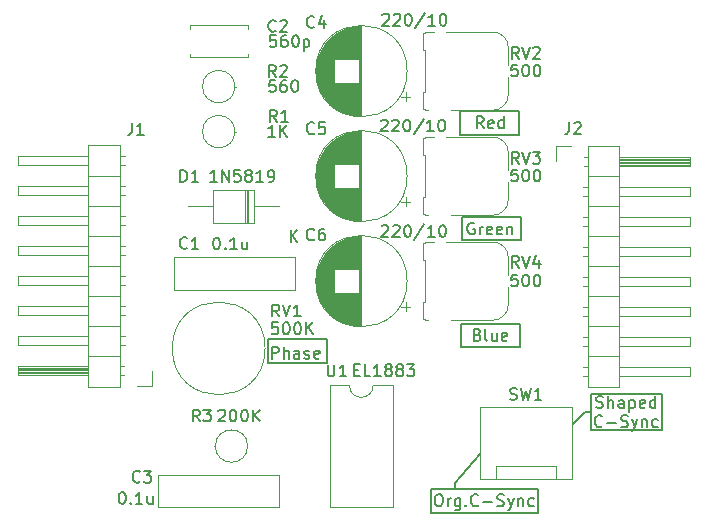
<source format=gbr>
%TF.GenerationSoftware,KiCad,Pcbnew,9.0.6*%
%TF.CreationDate,2026-01-11T11:59:37+09:00*%
%TF.ProjectId,SyncSeparator,53796e63-5365-4706-9172-61746f722e6b,rev?*%
%TF.SameCoordinates,Original*%
%TF.FileFunction,Legend,Top*%
%TF.FilePolarity,Positive*%
%FSLAX46Y46*%
G04 Gerber Fmt 4.6, Leading zero omitted, Abs format (unit mm)*
G04 Created by KiCad (PCBNEW 9.0.6) date 2026-01-11 11:59:37*
%MOMM*%
%LPD*%
G01*
G04 APERTURE LIST*
%ADD10C,0.150000*%
%ADD11C,0.120000*%
G04 APERTURE END LIST*
D10*
X107654330Y-93821597D02*
X112654330Y-93821597D01*
X112654330Y-95821597D01*
X107654330Y-95821597D01*
X107654330Y-93821597D01*
X123500000Y-106000000D02*
X123500000Y-106500000D01*
X123968889Y-74535110D02*
X128968889Y-74535110D01*
X128968889Y-76535110D01*
X123968889Y-76535110D01*
X123968889Y-74535110D01*
X125650000Y-103500000D02*
X123500000Y-106000000D01*
X133500000Y-101000000D02*
X134500000Y-100000000D01*
X124067450Y-83454147D02*
X129067450Y-83454147D01*
X129067450Y-85454147D01*
X124067450Y-85454147D01*
X124067450Y-83454147D01*
X121500000Y-106500000D02*
X130500000Y-106500000D01*
X130500000Y-108500000D01*
X121500000Y-108500000D01*
X121500000Y-106500000D01*
X124000000Y-92500000D02*
X129000000Y-92500000D01*
X129000000Y-94500000D01*
X124000000Y-94500000D01*
X124000000Y-92500000D01*
X134500000Y-100000000D02*
X135000000Y-100000000D01*
X135000000Y-98500000D02*
X141000000Y-98500000D01*
X141000000Y-101500000D01*
X135000000Y-101500000D01*
X135000000Y-98500000D01*
X125428571Y-93431009D02*
X125571428Y-93478628D01*
X125571428Y-93478628D02*
X125619047Y-93526247D01*
X125619047Y-93526247D02*
X125666666Y-93621485D01*
X125666666Y-93621485D02*
X125666666Y-93764342D01*
X125666666Y-93764342D02*
X125619047Y-93859580D01*
X125619047Y-93859580D02*
X125571428Y-93907200D01*
X125571428Y-93907200D02*
X125476190Y-93954819D01*
X125476190Y-93954819D02*
X125095238Y-93954819D01*
X125095238Y-93954819D02*
X125095238Y-92954819D01*
X125095238Y-92954819D02*
X125428571Y-92954819D01*
X125428571Y-92954819D02*
X125523809Y-93002438D01*
X125523809Y-93002438D02*
X125571428Y-93050057D01*
X125571428Y-93050057D02*
X125619047Y-93145295D01*
X125619047Y-93145295D02*
X125619047Y-93240533D01*
X125619047Y-93240533D02*
X125571428Y-93335771D01*
X125571428Y-93335771D02*
X125523809Y-93383390D01*
X125523809Y-93383390D02*
X125428571Y-93431009D01*
X125428571Y-93431009D02*
X125095238Y-93431009D01*
X126238095Y-93954819D02*
X126142857Y-93907200D01*
X126142857Y-93907200D02*
X126095238Y-93811961D01*
X126095238Y-93811961D02*
X126095238Y-92954819D01*
X127047619Y-93288152D02*
X127047619Y-93954819D01*
X126619048Y-93288152D02*
X126619048Y-93811961D01*
X126619048Y-93811961D02*
X126666667Y-93907200D01*
X126666667Y-93907200D02*
X126761905Y-93954819D01*
X126761905Y-93954819D02*
X126904762Y-93954819D01*
X126904762Y-93954819D02*
X127000000Y-93907200D01*
X127000000Y-93907200D02*
X127047619Y-93859580D01*
X127904762Y-93907200D02*
X127809524Y-93954819D01*
X127809524Y-93954819D02*
X127619048Y-93954819D01*
X127619048Y-93954819D02*
X127523810Y-93907200D01*
X127523810Y-93907200D02*
X127476191Y-93811961D01*
X127476191Y-93811961D02*
X127476191Y-93431009D01*
X127476191Y-93431009D02*
X127523810Y-93335771D01*
X127523810Y-93335771D02*
X127619048Y-93288152D01*
X127619048Y-93288152D02*
X127809524Y-93288152D01*
X127809524Y-93288152D02*
X127904762Y-93335771D01*
X127904762Y-93335771D02*
X127952381Y-93431009D01*
X127952381Y-93431009D02*
X127952381Y-93526247D01*
X127952381Y-93526247D02*
X127476191Y-93621485D01*
X125142856Y-84002438D02*
X125047618Y-83954819D01*
X125047618Y-83954819D02*
X124904761Y-83954819D01*
X124904761Y-83954819D02*
X124761904Y-84002438D01*
X124761904Y-84002438D02*
X124666666Y-84097676D01*
X124666666Y-84097676D02*
X124619047Y-84192914D01*
X124619047Y-84192914D02*
X124571428Y-84383390D01*
X124571428Y-84383390D02*
X124571428Y-84526247D01*
X124571428Y-84526247D02*
X124619047Y-84716723D01*
X124619047Y-84716723D02*
X124666666Y-84811961D01*
X124666666Y-84811961D02*
X124761904Y-84907200D01*
X124761904Y-84907200D02*
X124904761Y-84954819D01*
X124904761Y-84954819D02*
X124999999Y-84954819D01*
X124999999Y-84954819D02*
X125142856Y-84907200D01*
X125142856Y-84907200D02*
X125190475Y-84859580D01*
X125190475Y-84859580D02*
X125190475Y-84526247D01*
X125190475Y-84526247D02*
X124999999Y-84526247D01*
X125619047Y-84954819D02*
X125619047Y-84288152D01*
X125619047Y-84478628D02*
X125666666Y-84383390D01*
X125666666Y-84383390D02*
X125714285Y-84335771D01*
X125714285Y-84335771D02*
X125809523Y-84288152D01*
X125809523Y-84288152D02*
X125904761Y-84288152D01*
X126619047Y-84907200D02*
X126523809Y-84954819D01*
X126523809Y-84954819D02*
X126333333Y-84954819D01*
X126333333Y-84954819D02*
X126238095Y-84907200D01*
X126238095Y-84907200D02*
X126190476Y-84811961D01*
X126190476Y-84811961D02*
X126190476Y-84431009D01*
X126190476Y-84431009D02*
X126238095Y-84335771D01*
X126238095Y-84335771D02*
X126333333Y-84288152D01*
X126333333Y-84288152D02*
X126523809Y-84288152D01*
X126523809Y-84288152D02*
X126619047Y-84335771D01*
X126619047Y-84335771D02*
X126666666Y-84431009D01*
X126666666Y-84431009D02*
X126666666Y-84526247D01*
X126666666Y-84526247D02*
X126190476Y-84621485D01*
X127476190Y-84907200D02*
X127380952Y-84954819D01*
X127380952Y-84954819D02*
X127190476Y-84954819D01*
X127190476Y-84954819D02*
X127095238Y-84907200D01*
X127095238Y-84907200D02*
X127047619Y-84811961D01*
X127047619Y-84811961D02*
X127047619Y-84431009D01*
X127047619Y-84431009D02*
X127095238Y-84335771D01*
X127095238Y-84335771D02*
X127190476Y-84288152D01*
X127190476Y-84288152D02*
X127380952Y-84288152D01*
X127380952Y-84288152D02*
X127476190Y-84335771D01*
X127476190Y-84335771D02*
X127523809Y-84431009D01*
X127523809Y-84431009D02*
X127523809Y-84526247D01*
X127523809Y-84526247D02*
X127047619Y-84621485D01*
X127952381Y-84288152D02*
X127952381Y-84954819D01*
X127952381Y-84383390D02*
X128000000Y-84335771D01*
X128000000Y-84335771D02*
X128095238Y-84288152D01*
X128095238Y-84288152D02*
X128238095Y-84288152D01*
X128238095Y-84288152D02*
X128333333Y-84335771D01*
X128333333Y-84335771D02*
X128380952Y-84431009D01*
X128380952Y-84431009D02*
X128380952Y-84954819D01*
X122047619Y-106954819D02*
X122238095Y-106954819D01*
X122238095Y-106954819D02*
X122333333Y-107002438D01*
X122333333Y-107002438D02*
X122428571Y-107097676D01*
X122428571Y-107097676D02*
X122476190Y-107288152D01*
X122476190Y-107288152D02*
X122476190Y-107621485D01*
X122476190Y-107621485D02*
X122428571Y-107811961D01*
X122428571Y-107811961D02*
X122333333Y-107907200D01*
X122333333Y-107907200D02*
X122238095Y-107954819D01*
X122238095Y-107954819D02*
X122047619Y-107954819D01*
X122047619Y-107954819D02*
X121952381Y-107907200D01*
X121952381Y-107907200D02*
X121857143Y-107811961D01*
X121857143Y-107811961D02*
X121809524Y-107621485D01*
X121809524Y-107621485D02*
X121809524Y-107288152D01*
X121809524Y-107288152D02*
X121857143Y-107097676D01*
X121857143Y-107097676D02*
X121952381Y-107002438D01*
X121952381Y-107002438D02*
X122047619Y-106954819D01*
X122904762Y-107954819D02*
X122904762Y-107288152D01*
X122904762Y-107478628D02*
X122952381Y-107383390D01*
X122952381Y-107383390D02*
X123000000Y-107335771D01*
X123000000Y-107335771D02*
X123095238Y-107288152D01*
X123095238Y-107288152D02*
X123190476Y-107288152D01*
X123952381Y-107288152D02*
X123952381Y-108097676D01*
X123952381Y-108097676D02*
X123904762Y-108192914D01*
X123904762Y-108192914D02*
X123857143Y-108240533D01*
X123857143Y-108240533D02*
X123761905Y-108288152D01*
X123761905Y-108288152D02*
X123619048Y-108288152D01*
X123619048Y-108288152D02*
X123523810Y-108240533D01*
X123952381Y-107907200D02*
X123857143Y-107954819D01*
X123857143Y-107954819D02*
X123666667Y-107954819D01*
X123666667Y-107954819D02*
X123571429Y-107907200D01*
X123571429Y-107907200D02*
X123523810Y-107859580D01*
X123523810Y-107859580D02*
X123476191Y-107764342D01*
X123476191Y-107764342D02*
X123476191Y-107478628D01*
X123476191Y-107478628D02*
X123523810Y-107383390D01*
X123523810Y-107383390D02*
X123571429Y-107335771D01*
X123571429Y-107335771D02*
X123666667Y-107288152D01*
X123666667Y-107288152D02*
X123857143Y-107288152D01*
X123857143Y-107288152D02*
X123952381Y-107335771D01*
X124428572Y-107859580D02*
X124476191Y-107907200D01*
X124476191Y-107907200D02*
X124428572Y-107954819D01*
X124428572Y-107954819D02*
X124380953Y-107907200D01*
X124380953Y-107907200D02*
X124428572Y-107859580D01*
X124428572Y-107859580D02*
X124428572Y-107954819D01*
X125476190Y-107859580D02*
X125428571Y-107907200D01*
X125428571Y-107907200D02*
X125285714Y-107954819D01*
X125285714Y-107954819D02*
X125190476Y-107954819D01*
X125190476Y-107954819D02*
X125047619Y-107907200D01*
X125047619Y-107907200D02*
X124952381Y-107811961D01*
X124952381Y-107811961D02*
X124904762Y-107716723D01*
X124904762Y-107716723D02*
X124857143Y-107526247D01*
X124857143Y-107526247D02*
X124857143Y-107383390D01*
X124857143Y-107383390D02*
X124904762Y-107192914D01*
X124904762Y-107192914D02*
X124952381Y-107097676D01*
X124952381Y-107097676D02*
X125047619Y-107002438D01*
X125047619Y-107002438D02*
X125190476Y-106954819D01*
X125190476Y-106954819D02*
X125285714Y-106954819D01*
X125285714Y-106954819D02*
X125428571Y-107002438D01*
X125428571Y-107002438D02*
X125476190Y-107050057D01*
X125904762Y-107573866D02*
X126666667Y-107573866D01*
X127095238Y-107907200D02*
X127238095Y-107954819D01*
X127238095Y-107954819D02*
X127476190Y-107954819D01*
X127476190Y-107954819D02*
X127571428Y-107907200D01*
X127571428Y-107907200D02*
X127619047Y-107859580D01*
X127619047Y-107859580D02*
X127666666Y-107764342D01*
X127666666Y-107764342D02*
X127666666Y-107669104D01*
X127666666Y-107669104D02*
X127619047Y-107573866D01*
X127619047Y-107573866D02*
X127571428Y-107526247D01*
X127571428Y-107526247D02*
X127476190Y-107478628D01*
X127476190Y-107478628D02*
X127285714Y-107431009D01*
X127285714Y-107431009D02*
X127190476Y-107383390D01*
X127190476Y-107383390D02*
X127142857Y-107335771D01*
X127142857Y-107335771D02*
X127095238Y-107240533D01*
X127095238Y-107240533D02*
X127095238Y-107145295D01*
X127095238Y-107145295D02*
X127142857Y-107050057D01*
X127142857Y-107050057D02*
X127190476Y-107002438D01*
X127190476Y-107002438D02*
X127285714Y-106954819D01*
X127285714Y-106954819D02*
X127523809Y-106954819D01*
X127523809Y-106954819D02*
X127666666Y-107002438D01*
X128000000Y-107288152D02*
X128238095Y-107954819D01*
X128476190Y-107288152D02*
X128238095Y-107954819D01*
X128238095Y-107954819D02*
X128142857Y-108192914D01*
X128142857Y-108192914D02*
X128095238Y-108240533D01*
X128095238Y-108240533D02*
X128000000Y-108288152D01*
X128857143Y-107288152D02*
X128857143Y-107954819D01*
X128857143Y-107383390D02*
X128904762Y-107335771D01*
X128904762Y-107335771D02*
X129000000Y-107288152D01*
X129000000Y-107288152D02*
X129142857Y-107288152D01*
X129142857Y-107288152D02*
X129238095Y-107335771D01*
X129238095Y-107335771D02*
X129285714Y-107431009D01*
X129285714Y-107431009D02*
X129285714Y-107954819D01*
X130190476Y-107907200D02*
X130095238Y-107954819D01*
X130095238Y-107954819D02*
X129904762Y-107954819D01*
X129904762Y-107954819D02*
X129809524Y-107907200D01*
X129809524Y-107907200D02*
X129761905Y-107859580D01*
X129761905Y-107859580D02*
X129714286Y-107764342D01*
X129714286Y-107764342D02*
X129714286Y-107478628D01*
X129714286Y-107478628D02*
X129761905Y-107383390D01*
X129761905Y-107383390D02*
X129809524Y-107335771D01*
X129809524Y-107335771D02*
X129904762Y-107288152D01*
X129904762Y-107288152D02*
X130095238Y-107288152D01*
X130095238Y-107288152D02*
X130190476Y-107335771D01*
X108000000Y-95454819D02*
X108000000Y-94454819D01*
X108000000Y-94454819D02*
X108380952Y-94454819D01*
X108380952Y-94454819D02*
X108476190Y-94502438D01*
X108476190Y-94502438D02*
X108523809Y-94550057D01*
X108523809Y-94550057D02*
X108571428Y-94645295D01*
X108571428Y-94645295D02*
X108571428Y-94788152D01*
X108571428Y-94788152D02*
X108523809Y-94883390D01*
X108523809Y-94883390D02*
X108476190Y-94931009D01*
X108476190Y-94931009D02*
X108380952Y-94978628D01*
X108380952Y-94978628D02*
X108000000Y-94978628D01*
X109000000Y-95454819D02*
X109000000Y-94454819D01*
X109428571Y-95454819D02*
X109428571Y-94931009D01*
X109428571Y-94931009D02*
X109380952Y-94835771D01*
X109380952Y-94835771D02*
X109285714Y-94788152D01*
X109285714Y-94788152D02*
X109142857Y-94788152D01*
X109142857Y-94788152D02*
X109047619Y-94835771D01*
X109047619Y-94835771D02*
X109000000Y-94883390D01*
X110333333Y-95454819D02*
X110333333Y-94931009D01*
X110333333Y-94931009D02*
X110285714Y-94835771D01*
X110285714Y-94835771D02*
X110190476Y-94788152D01*
X110190476Y-94788152D02*
X110000000Y-94788152D01*
X110000000Y-94788152D02*
X109904762Y-94835771D01*
X110333333Y-95407200D02*
X110238095Y-95454819D01*
X110238095Y-95454819D02*
X110000000Y-95454819D01*
X110000000Y-95454819D02*
X109904762Y-95407200D01*
X109904762Y-95407200D02*
X109857143Y-95311961D01*
X109857143Y-95311961D02*
X109857143Y-95216723D01*
X109857143Y-95216723D02*
X109904762Y-95121485D01*
X109904762Y-95121485D02*
X110000000Y-95073866D01*
X110000000Y-95073866D02*
X110238095Y-95073866D01*
X110238095Y-95073866D02*
X110333333Y-95026247D01*
X110761905Y-95407200D02*
X110857143Y-95454819D01*
X110857143Y-95454819D02*
X111047619Y-95454819D01*
X111047619Y-95454819D02*
X111142857Y-95407200D01*
X111142857Y-95407200D02*
X111190476Y-95311961D01*
X111190476Y-95311961D02*
X111190476Y-95264342D01*
X111190476Y-95264342D02*
X111142857Y-95169104D01*
X111142857Y-95169104D02*
X111047619Y-95121485D01*
X111047619Y-95121485D02*
X110904762Y-95121485D01*
X110904762Y-95121485D02*
X110809524Y-95073866D01*
X110809524Y-95073866D02*
X110761905Y-94978628D01*
X110761905Y-94978628D02*
X110761905Y-94931009D01*
X110761905Y-94931009D02*
X110809524Y-94835771D01*
X110809524Y-94835771D02*
X110904762Y-94788152D01*
X110904762Y-94788152D02*
X111047619Y-94788152D01*
X111047619Y-94788152D02*
X111142857Y-94835771D01*
X112000000Y-95407200D02*
X111904762Y-95454819D01*
X111904762Y-95454819D02*
X111714286Y-95454819D01*
X111714286Y-95454819D02*
X111619048Y-95407200D01*
X111619048Y-95407200D02*
X111571429Y-95311961D01*
X111571429Y-95311961D02*
X111571429Y-94931009D01*
X111571429Y-94931009D02*
X111619048Y-94835771D01*
X111619048Y-94835771D02*
X111714286Y-94788152D01*
X111714286Y-94788152D02*
X111904762Y-94788152D01*
X111904762Y-94788152D02*
X112000000Y-94835771D01*
X112000000Y-94835771D02*
X112047619Y-94931009D01*
X112047619Y-94931009D02*
X112047619Y-95026247D01*
X112047619Y-95026247D02*
X111571429Y-95121485D01*
X125928571Y-75954819D02*
X125595238Y-75478628D01*
X125357143Y-75954819D02*
X125357143Y-74954819D01*
X125357143Y-74954819D02*
X125738095Y-74954819D01*
X125738095Y-74954819D02*
X125833333Y-75002438D01*
X125833333Y-75002438D02*
X125880952Y-75050057D01*
X125880952Y-75050057D02*
X125928571Y-75145295D01*
X125928571Y-75145295D02*
X125928571Y-75288152D01*
X125928571Y-75288152D02*
X125880952Y-75383390D01*
X125880952Y-75383390D02*
X125833333Y-75431009D01*
X125833333Y-75431009D02*
X125738095Y-75478628D01*
X125738095Y-75478628D02*
X125357143Y-75478628D01*
X126738095Y-75907200D02*
X126642857Y-75954819D01*
X126642857Y-75954819D02*
X126452381Y-75954819D01*
X126452381Y-75954819D02*
X126357143Y-75907200D01*
X126357143Y-75907200D02*
X126309524Y-75811961D01*
X126309524Y-75811961D02*
X126309524Y-75431009D01*
X126309524Y-75431009D02*
X126357143Y-75335771D01*
X126357143Y-75335771D02*
X126452381Y-75288152D01*
X126452381Y-75288152D02*
X126642857Y-75288152D01*
X126642857Y-75288152D02*
X126738095Y-75335771D01*
X126738095Y-75335771D02*
X126785714Y-75431009D01*
X126785714Y-75431009D02*
X126785714Y-75526247D01*
X126785714Y-75526247D02*
X126309524Y-75621485D01*
X127642857Y-75954819D02*
X127642857Y-74954819D01*
X127642857Y-75907200D02*
X127547619Y-75954819D01*
X127547619Y-75954819D02*
X127357143Y-75954819D01*
X127357143Y-75954819D02*
X127261905Y-75907200D01*
X127261905Y-75907200D02*
X127214286Y-75859580D01*
X127214286Y-75859580D02*
X127166667Y-75764342D01*
X127166667Y-75764342D02*
X127166667Y-75478628D01*
X127166667Y-75478628D02*
X127214286Y-75383390D01*
X127214286Y-75383390D02*
X127261905Y-75335771D01*
X127261905Y-75335771D02*
X127357143Y-75288152D01*
X127357143Y-75288152D02*
X127547619Y-75288152D01*
X127547619Y-75288152D02*
X127642857Y-75335771D01*
X135476190Y-99602228D02*
X135619047Y-99649847D01*
X135619047Y-99649847D02*
X135857142Y-99649847D01*
X135857142Y-99649847D02*
X135952380Y-99602228D01*
X135952380Y-99602228D02*
X135999999Y-99554608D01*
X135999999Y-99554608D02*
X136047618Y-99459370D01*
X136047618Y-99459370D02*
X136047618Y-99364132D01*
X136047618Y-99364132D02*
X135999999Y-99268894D01*
X135999999Y-99268894D02*
X135952380Y-99221275D01*
X135952380Y-99221275D02*
X135857142Y-99173656D01*
X135857142Y-99173656D02*
X135666666Y-99126037D01*
X135666666Y-99126037D02*
X135571428Y-99078418D01*
X135571428Y-99078418D02*
X135523809Y-99030799D01*
X135523809Y-99030799D02*
X135476190Y-98935561D01*
X135476190Y-98935561D02*
X135476190Y-98840323D01*
X135476190Y-98840323D02*
X135523809Y-98745085D01*
X135523809Y-98745085D02*
X135571428Y-98697466D01*
X135571428Y-98697466D02*
X135666666Y-98649847D01*
X135666666Y-98649847D02*
X135904761Y-98649847D01*
X135904761Y-98649847D02*
X136047618Y-98697466D01*
X136476190Y-99649847D02*
X136476190Y-98649847D01*
X136904761Y-99649847D02*
X136904761Y-99126037D01*
X136904761Y-99126037D02*
X136857142Y-99030799D01*
X136857142Y-99030799D02*
X136761904Y-98983180D01*
X136761904Y-98983180D02*
X136619047Y-98983180D01*
X136619047Y-98983180D02*
X136523809Y-99030799D01*
X136523809Y-99030799D02*
X136476190Y-99078418D01*
X137809523Y-99649847D02*
X137809523Y-99126037D01*
X137809523Y-99126037D02*
X137761904Y-99030799D01*
X137761904Y-99030799D02*
X137666666Y-98983180D01*
X137666666Y-98983180D02*
X137476190Y-98983180D01*
X137476190Y-98983180D02*
X137380952Y-99030799D01*
X137809523Y-99602228D02*
X137714285Y-99649847D01*
X137714285Y-99649847D02*
X137476190Y-99649847D01*
X137476190Y-99649847D02*
X137380952Y-99602228D01*
X137380952Y-99602228D02*
X137333333Y-99506989D01*
X137333333Y-99506989D02*
X137333333Y-99411751D01*
X137333333Y-99411751D02*
X137380952Y-99316513D01*
X137380952Y-99316513D02*
X137476190Y-99268894D01*
X137476190Y-99268894D02*
X137714285Y-99268894D01*
X137714285Y-99268894D02*
X137809523Y-99221275D01*
X138285714Y-98983180D02*
X138285714Y-99983180D01*
X138285714Y-99030799D02*
X138380952Y-98983180D01*
X138380952Y-98983180D02*
X138571428Y-98983180D01*
X138571428Y-98983180D02*
X138666666Y-99030799D01*
X138666666Y-99030799D02*
X138714285Y-99078418D01*
X138714285Y-99078418D02*
X138761904Y-99173656D01*
X138761904Y-99173656D02*
X138761904Y-99459370D01*
X138761904Y-99459370D02*
X138714285Y-99554608D01*
X138714285Y-99554608D02*
X138666666Y-99602228D01*
X138666666Y-99602228D02*
X138571428Y-99649847D01*
X138571428Y-99649847D02*
X138380952Y-99649847D01*
X138380952Y-99649847D02*
X138285714Y-99602228D01*
X139571428Y-99602228D02*
X139476190Y-99649847D01*
X139476190Y-99649847D02*
X139285714Y-99649847D01*
X139285714Y-99649847D02*
X139190476Y-99602228D01*
X139190476Y-99602228D02*
X139142857Y-99506989D01*
X139142857Y-99506989D02*
X139142857Y-99126037D01*
X139142857Y-99126037D02*
X139190476Y-99030799D01*
X139190476Y-99030799D02*
X139285714Y-98983180D01*
X139285714Y-98983180D02*
X139476190Y-98983180D01*
X139476190Y-98983180D02*
X139571428Y-99030799D01*
X139571428Y-99030799D02*
X139619047Y-99126037D01*
X139619047Y-99126037D02*
X139619047Y-99221275D01*
X139619047Y-99221275D02*
X139142857Y-99316513D01*
X140476190Y-99649847D02*
X140476190Y-98649847D01*
X140476190Y-99602228D02*
X140380952Y-99649847D01*
X140380952Y-99649847D02*
X140190476Y-99649847D01*
X140190476Y-99649847D02*
X140095238Y-99602228D01*
X140095238Y-99602228D02*
X140047619Y-99554608D01*
X140047619Y-99554608D02*
X140000000Y-99459370D01*
X140000000Y-99459370D02*
X140000000Y-99173656D01*
X140000000Y-99173656D02*
X140047619Y-99078418D01*
X140047619Y-99078418D02*
X140095238Y-99030799D01*
X140095238Y-99030799D02*
X140190476Y-98983180D01*
X140190476Y-98983180D02*
X140380952Y-98983180D01*
X140380952Y-98983180D02*
X140476190Y-99030799D01*
X135952380Y-101164552D02*
X135904761Y-101212172D01*
X135904761Y-101212172D02*
X135761904Y-101259791D01*
X135761904Y-101259791D02*
X135666666Y-101259791D01*
X135666666Y-101259791D02*
X135523809Y-101212172D01*
X135523809Y-101212172D02*
X135428571Y-101116933D01*
X135428571Y-101116933D02*
X135380952Y-101021695D01*
X135380952Y-101021695D02*
X135333333Y-100831219D01*
X135333333Y-100831219D02*
X135333333Y-100688362D01*
X135333333Y-100688362D02*
X135380952Y-100497886D01*
X135380952Y-100497886D02*
X135428571Y-100402648D01*
X135428571Y-100402648D02*
X135523809Y-100307410D01*
X135523809Y-100307410D02*
X135666666Y-100259791D01*
X135666666Y-100259791D02*
X135761904Y-100259791D01*
X135761904Y-100259791D02*
X135904761Y-100307410D01*
X135904761Y-100307410D02*
X135952380Y-100355029D01*
X136380952Y-100878838D02*
X137142857Y-100878838D01*
X137571428Y-101212172D02*
X137714285Y-101259791D01*
X137714285Y-101259791D02*
X137952380Y-101259791D01*
X137952380Y-101259791D02*
X138047618Y-101212172D01*
X138047618Y-101212172D02*
X138095237Y-101164552D01*
X138095237Y-101164552D02*
X138142856Y-101069314D01*
X138142856Y-101069314D02*
X138142856Y-100974076D01*
X138142856Y-100974076D02*
X138095237Y-100878838D01*
X138095237Y-100878838D02*
X138047618Y-100831219D01*
X138047618Y-100831219D02*
X137952380Y-100783600D01*
X137952380Y-100783600D02*
X137761904Y-100735981D01*
X137761904Y-100735981D02*
X137666666Y-100688362D01*
X137666666Y-100688362D02*
X137619047Y-100640743D01*
X137619047Y-100640743D02*
X137571428Y-100545505D01*
X137571428Y-100545505D02*
X137571428Y-100450267D01*
X137571428Y-100450267D02*
X137619047Y-100355029D01*
X137619047Y-100355029D02*
X137666666Y-100307410D01*
X137666666Y-100307410D02*
X137761904Y-100259791D01*
X137761904Y-100259791D02*
X137999999Y-100259791D01*
X137999999Y-100259791D02*
X138142856Y-100307410D01*
X138476190Y-100593124D02*
X138714285Y-101259791D01*
X138952380Y-100593124D02*
X138714285Y-101259791D01*
X138714285Y-101259791D02*
X138619047Y-101497886D01*
X138619047Y-101497886D02*
X138571428Y-101545505D01*
X138571428Y-101545505D02*
X138476190Y-101593124D01*
X139333333Y-100593124D02*
X139333333Y-101259791D01*
X139333333Y-100688362D02*
X139380952Y-100640743D01*
X139380952Y-100640743D02*
X139476190Y-100593124D01*
X139476190Y-100593124D02*
X139619047Y-100593124D01*
X139619047Y-100593124D02*
X139714285Y-100640743D01*
X139714285Y-100640743D02*
X139761904Y-100735981D01*
X139761904Y-100735981D02*
X139761904Y-101259791D01*
X140666666Y-101212172D02*
X140571428Y-101259791D01*
X140571428Y-101259791D02*
X140380952Y-101259791D01*
X140380952Y-101259791D02*
X140285714Y-101212172D01*
X140285714Y-101212172D02*
X140238095Y-101164552D01*
X140238095Y-101164552D02*
X140190476Y-101069314D01*
X140190476Y-101069314D02*
X140190476Y-100783600D01*
X140190476Y-100783600D02*
X140238095Y-100688362D01*
X140238095Y-100688362D02*
X140285714Y-100640743D01*
X140285714Y-100640743D02*
X140380952Y-100593124D01*
X140380952Y-100593124D02*
X140571428Y-100593124D01*
X140571428Y-100593124D02*
X140666666Y-100640743D01*
X108333333Y-67709580D02*
X108285714Y-67757200D01*
X108285714Y-67757200D02*
X108142857Y-67804819D01*
X108142857Y-67804819D02*
X108047619Y-67804819D01*
X108047619Y-67804819D02*
X107904762Y-67757200D01*
X107904762Y-67757200D02*
X107809524Y-67661961D01*
X107809524Y-67661961D02*
X107761905Y-67566723D01*
X107761905Y-67566723D02*
X107714286Y-67376247D01*
X107714286Y-67376247D02*
X107714286Y-67233390D01*
X107714286Y-67233390D02*
X107761905Y-67042914D01*
X107761905Y-67042914D02*
X107809524Y-66947676D01*
X107809524Y-66947676D02*
X107904762Y-66852438D01*
X107904762Y-66852438D02*
X108047619Y-66804819D01*
X108047619Y-66804819D02*
X108142857Y-66804819D01*
X108142857Y-66804819D02*
X108285714Y-66852438D01*
X108285714Y-66852438D02*
X108333333Y-66900057D01*
X108714286Y-66900057D02*
X108761905Y-66852438D01*
X108761905Y-66852438D02*
X108857143Y-66804819D01*
X108857143Y-66804819D02*
X109095238Y-66804819D01*
X109095238Y-66804819D02*
X109190476Y-66852438D01*
X109190476Y-66852438D02*
X109238095Y-66900057D01*
X109238095Y-66900057D02*
X109285714Y-66995295D01*
X109285714Y-66995295D02*
X109285714Y-67090533D01*
X109285714Y-67090533D02*
X109238095Y-67233390D01*
X109238095Y-67233390D02*
X108666667Y-67804819D01*
X108666667Y-67804819D02*
X109285714Y-67804819D01*
X108333333Y-68074819D02*
X107857143Y-68074819D01*
X107857143Y-68074819D02*
X107809524Y-68551009D01*
X107809524Y-68551009D02*
X107857143Y-68503390D01*
X107857143Y-68503390D02*
X107952381Y-68455771D01*
X107952381Y-68455771D02*
X108190476Y-68455771D01*
X108190476Y-68455771D02*
X108285714Y-68503390D01*
X108285714Y-68503390D02*
X108333333Y-68551009D01*
X108333333Y-68551009D02*
X108380952Y-68646247D01*
X108380952Y-68646247D02*
X108380952Y-68884342D01*
X108380952Y-68884342D02*
X108333333Y-68979580D01*
X108333333Y-68979580D02*
X108285714Y-69027200D01*
X108285714Y-69027200D02*
X108190476Y-69074819D01*
X108190476Y-69074819D02*
X107952381Y-69074819D01*
X107952381Y-69074819D02*
X107857143Y-69027200D01*
X107857143Y-69027200D02*
X107809524Y-68979580D01*
X109238095Y-68074819D02*
X109047619Y-68074819D01*
X109047619Y-68074819D02*
X108952381Y-68122438D01*
X108952381Y-68122438D02*
X108904762Y-68170057D01*
X108904762Y-68170057D02*
X108809524Y-68312914D01*
X108809524Y-68312914D02*
X108761905Y-68503390D01*
X108761905Y-68503390D02*
X108761905Y-68884342D01*
X108761905Y-68884342D02*
X108809524Y-68979580D01*
X108809524Y-68979580D02*
X108857143Y-69027200D01*
X108857143Y-69027200D02*
X108952381Y-69074819D01*
X108952381Y-69074819D02*
X109142857Y-69074819D01*
X109142857Y-69074819D02*
X109238095Y-69027200D01*
X109238095Y-69027200D02*
X109285714Y-68979580D01*
X109285714Y-68979580D02*
X109333333Y-68884342D01*
X109333333Y-68884342D02*
X109333333Y-68646247D01*
X109333333Y-68646247D02*
X109285714Y-68551009D01*
X109285714Y-68551009D02*
X109238095Y-68503390D01*
X109238095Y-68503390D02*
X109142857Y-68455771D01*
X109142857Y-68455771D02*
X108952381Y-68455771D01*
X108952381Y-68455771D02*
X108857143Y-68503390D01*
X108857143Y-68503390D02*
X108809524Y-68551009D01*
X108809524Y-68551009D02*
X108761905Y-68646247D01*
X109952381Y-68074819D02*
X110047619Y-68074819D01*
X110047619Y-68074819D02*
X110142857Y-68122438D01*
X110142857Y-68122438D02*
X110190476Y-68170057D01*
X110190476Y-68170057D02*
X110238095Y-68265295D01*
X110238095Y-68265295D02*
X110285714Y-68455771D01*
X110285714Y-68455771D02*
X110285714Y-68693866D01*
X110285714Y-68693866D02*
X110238095Y-68884342D01*
X110238095Y-68884342D02*
X110190476Y-68979580D01*
X110190476Y-68979580D02*
X110142857Y-69027200D01*
X110142857Y-69027200D02*
X110047619Y-69074819D01*
X110047619Y-69074819D02*
X109952381Y-69074819D01*
X109952381Y-69074819D02*
X109857143Y-69027200D01*
X109857143Y-69027200D02*
X109809524Y-68979580D01*
X109809524Y-68979580D02*
X109761905Y-68884342D01*
X109761905Y-68884342D02*
X109714286Y-68693866D01*
X109714286Y-68693866D02*
X109714286Y-68455771D01*
X109714286Y-68455771D02*
X109761905Y-68265295D01*
X109761905Y-68265295D02*
X109809524Y-68170057D01*
X109809524Y-68170057D02*
X109857143Y-68122438D01*
X109857143Y-68122438D02*
X109952381Y-68074819D01*
X110714286Y-68408152D02*
X110714286Y-69408152D01*
X110714286Y-68455771D02*
X110809524Y-68408152D01*
X110809524Y-68408152D02*
X111000000Y-68408152D01*
X111000000Y-68408152D02*
X111095238Y-68455771D01*
X111095238Y-68455771D02*
X111142857Y-68503390D01*
X111142857Y-68503390D02*
X111190476Y-68598628D01*
X111190476Y-68598628D02*
X111190476Y-68884342D01*
X111190476Y-68884342D02*
X111142857Y-68979580D01*
X111142857Y-68979580D02*
X111095238Y-69027200D01*
X111095238Y-69027200D02*
X111000000Y-69074819D01*
X111000000Y-69074819D02*
X110809524Y-69074819D01*
X110809524Y-69074819D02*
X110714286Y-69027200D01*
X133166666Y-75454819D02*
X133166666Y-76169104D01*
X133166666Y-76169104D02*
X133119047Y-76311961D01*
X133119047Y-76311961D02*
X133023809Y-76407200D01*
X133023809Y-76407200D02*
X132880952Y-76454819D01*
X132880952Y-76454819D02*
X132785714Y-76454819D01*
X133595238Y-75550057D02*
X133642857Y-75502438D01*
X133642857Y-75502438D02*
X133738095Y-75454819D01*
X133738095Y-75454819D02*
X133976190Y-75454819D01*
X133976190Y-75454819D02*
X134071428Y-75502438D01*
X134071428Y-75502438D02*
X134119047Y-75550057D01*
X134119047Y-75550057D02*
X134166666Y-75645295D01*
X134166666Y-75645295D02*
X134166666Y-75740533D01*
X134166666Y-75740533D02*
X134119047Y-75883390D01*
X134119047Y-75883390D02*
X133547619Y-76454819D01*
X133547619Y-76454819D02*
X134166666Y-76454819D01*
X128904761Y-70074819D02*
X128571428Y-69598628D01*
X128333333Y-70074819D02*
X128333333Y-69074819D01*
X128333333Y-69074819D02*
X128714285Y-69074819D01*
X128714285Y-69074819D02*
X128809523Y-69122438D01*
X128809523Y-69122438D02*
X128857142Y-69170057D01*
X128857142Y-69170057D02*
X128904761Y-69265295D01*
X128904761Y-69265295D02*
X128904761Y-69408152D01*
X128904761Y-69408152D02*
X128857142Y-69503390D01*
X128857142Y-69503390D02*
X128809523Y-69551009D01*
X128809523Y-69551009D02*
X128714285Y-69598628D01*
X128714285Y-69598628D02*
X128333333Y-69598628D01*
X129190476Y-69074819D02*
X129523809Y-70074819D01*
X129523809Y-70074819D02*
X129857142Y-69074819D01*
X130142857Y-69170057D02*
X130190476Y-69122438D01*
X130190476Y-69122438D02*
X130285714Y-69074819D01*
X130285714Y-69074819D02*
X130523809Y-69074819D01*
X130523809Y-69074819D02*
X130619047Y-69122438D01*
X130619047Y-69122438D02*
X130666666Y-69170057D01*
X130666666Y-69170057D02*
X130714285Y-69265295D01*
X130714285Y-69265295D02*
X130714285Y-69360533D01*
X130714285Y-69360533D02*
X130666666Y-69503390D01*
X130666666Y-69503390D02*
X130095238Y-70074819D01*
X130095238Y-70074819D02*
X130714285Y-70074819D01*
X128785714Y-70574819D02*
X128309524Y-70574819D01*
X128309524Y-70574819D02*
X128261905Y-71051009D01*
X128261905Y-71051009D02*
X128309524Y-71003390D01*
X128309524Y-71003390D02*
X128404762Y-70955771D01*
X128404762Y-70955771D02*
X128642857Y-70955771D01*
X128642857Y-70955771D02*
X128738095Y-71003390D01*
X128738095Y-71003390D02*
X128785714Y-71051009D01*
X128785714Y-71051009D02*
X128833333Y-71146247D01*
X128833333Y-71146247D02*
X128833333Y-71384342D01*
X128833333Y-71384342D02*
X128785714Y-71479580D01*
X128785714Y-71479580D02*
X128738095Y-71527200D01*
X128738095Y-71527200D02*
X128642857Y-71574819D01*
X128642857Y-71574819D02*
X128404762Y-71574819D01*
X128404762Y-71574819D02*
X128309524Y-71527200D01*
X128309524Y-71527200D02*
X128261905Y-71479580D01*
X129452381Y-70574819D02*
X129547619Y-70574819D01*
X129547619Y-70574819D02*
X129642857Y-70622438D01*
X129642857Y-70622438D02*
X129690476Y-70670057D01*
X129690476Y-70670057D02*
X129738095Y-70765295D01*
X129738095Y-70765295D02*
X129785714Y-70955771D01*
X129785714Y-70955771D02*
X129785714Y-71193866D01*
X129785714Y-71193866D02*
X129738095Y-71384342D01*
X129738095Y-71384342D02*
X129690476Y-71479580D01*
X129690476Y-71479580D02*
X129642857Y-71527200D01*
X129642857Y-71527200D02*
X129547619Y-71574819D01*
X129547619Y-71574819D02*
X129452381Y-71574819D01*
X129452381Y-71574819D02*
X129357143Y-71527200D01*
X129357143Y-71527200D02*
X129309524Y-71479580D01*
X129309524Y-71479580D02*
X129261905Y-71384342D01*
X129261905Y-71384342D02*
X129214286Y-71193866D01*
X129214286Y-71193866D02*
X129214286Y-70955771D01*
X129214286Y-70955771D02*
X129261905Y-70765295D01*
X129261905Y-70765295D02*
X129309524Y-70670057D01*
X129309524Y-70670057D02*
X129357143Y-70622438D01*
X129357143Y-70622438D02*
X129452381Y-70574819D01*
X130404762Y-70574819D02*
X130500000Y-70574819D01*
X130500000Y-70574819D02*
X130595238Y-70622438D01*
X130595238Y-70622438D02*
X130642857Y-70670057D01*
X130642857Y-70670057D02*
X130690476Y-70765295D01*
X130690476Y-70765295D02*
X130738095Y-70955771D01*
X130738095Y-70955771D02*
X130738095Y-71193866D01*
X130738095Y-71193866D02*
X130690476Y-71384342D01*
X130690476Y-71384342D02*
X130642857Y-71479580D01*
X130642857Y-71479580D02*
X130595238Y-71527200D01*
X130595238Y-71527200D02*
X130500000Y-71574819D01*
X130500000Y-71574819D02*
X130404762Y-71574819D01*
X130404762Y-71574819D02*
X130309524Y-71527200D01*
X130309524Y-71527200D02*
X130261905Y-71479580D01*
X130261905Y-71479580D02*
X130214286Y-71384342D01*
X130214286Y-71384342D02*
X130166667Y-71193866D01*
X130166667Y-71193866D02*
X130166667Y-70955771D01*
X130166667Y-70955771D02*
X130214286Y-70765295D01*
X130214286Y-70765295D02*
X130261905Y-70670057D01*
X130261905Y-70670057D02*
X130309524Y-70622438D01*
X130309524Y-70622438D02*
X130404762Y-70574819D01*
X96166666Y-75524819D02*
X96166666Y-76239104D01*
X96166666Y-76239104D02*
X96119047Y-76381961D01*
X96119047Y-76381961D02*
X96023809Y-76477200D01*
X96023809Y-76477200D02*
X95880952Y-76524819D01*
X95880952Y-76524819D02*
X95785714Y-76524819D01*
X97166666Y-76524819D02*
X96595238Y-76524819D01*
X96880952Y-76524819D02*
X96880952Y-75524819D01*
X96880952Y-75524819D02*
X96785714Y-75667676D01*
X96785714Y-75667676D02*
X96690476Y-75762914D01*
X96690476Y-75762914D02*
X96595238Y-75810533D01*
X108624761Y-91894819D02*
X108291428Y-91418628D01*
X108053333Y-91894819D02*
X108053333Y-90894819D01*
X108053333Y-90894819D02*
X108434285Y-90894819D01*
X108434285Y-90894819D02*
X108529523Y-90942438D01*
X108529523Y-90942438D02*
X108577142Y-90990057D01*
X108577142Y-90990057D02*
X108624761Y-91085295D01*
X108624761Y-91085295D02*
X108624761Y-91228152D01*
X108624761Y-91228152D02*
X108577142Y-91323390D01*
X108577142Y-91323390D02*
X108529523Y-91371009D01*
X108529523Y-91371009D02*
X108434285Y-91418628D01*
X108434285Y-91418628D02*
X108053333Y-91418628D01*
X108910476Y-90894819D02*
X109243809Y-91894819D01*
X109243809Y-91894819D02*
X109577142Y-90894819D01*
X110434285Y-91894819D02*
X109862857Y-91894819D01*
X110148571Y-91894819D02*
X110148571Y-90894819D01*
X110148571Y-90894819D02*
X110053333Y-91037676D01*
X110053333Y-91037676D02*
X109958095Y-91132914D01*
X109958095Y-91132914D02*
X109862857Y-91180533D01*
X108505714Y-92394819D02*
X108029524Y-92394819D01*
X108029524Y-92394819D02*
X107981905Y-92871009D01*
X107981905Y-92871009D02*
X108029524Y-92823390D01*
X108029524Y-92823390D02*
X108124762Y-92775771D01*
X108124762Y-92775771D02*
X108362857Y-92775771D01*
X108362857Y-92775771D02*
X108458095Y-92823390D01*
X108458095Y-92823390D02*
X108505714Y-92871009D01*
X108505714Y-92871009D02*
X108553333Y-92966247D01*
X108553333Y-92966247D02*
X108553333Y-93204342D01*
X108553333Y-93204342D02*
X108505714Y-93299580D01*
X108505714Y-93299580D02*
X108458095Y-93347200D01*
X108458095Y-93347200D02*
X108362857Y-93394819D01*
X108362857Y-93394819D02*
X108124762Y-93394819D01*
X108124762Y-93394819D02*
X108029524Y-93347200D01*
X108029524Y-93347200D02*
X107981905Y-93299580D01*
X109172381Y-92394819D02*
X109267619Y-92394819D01*
X109267619Y-92394819D02*
X109362857Y-92442438D01*
X109362857Y-92442438D02*
X109410476Y-92490057D01*
X109410476Y-92490057D02*
X109458095Y-92585295D01*
X109458095Y-92585295D02*
X109505714Y-92775771D01*
X109505714Y-92775771D02*
X109505714Y-93013866D01*
X109505714Y-93013866D02*
X109458095Y-93204342D01*
X109458095Y-93204342D02*
X109410476Y-93299580D01*
X109410476Y-93299580D02*
X109362857Y-93347200D01*
X109362857Y-93347200D02*
X109267619Y-93394819D01*
X109267619Y-93394819D02*
X109172381Y-93394819D01*
X109172381Y-93394819D02*
X109077143Y-93347200D01*
X109077143Y-93347200D02*
X109029524Y-93299580D01*
X109029524Y-93299580D02*
X108981905Y-93204342D01*
X108981905Y-93204342D02*
X108934286Y-93013866D01*
X108934286Y-93013866D02*
X108934286Y-92775771D01*
X108934286Y-92775771D02*
X108981905Y-92585295D01*
X108981905Y-92585295D02*
X109029524Y-92490057D01*
X109029524Y-92490057D02*
X109077143Y-92442438D01*
X109077143Y-92442438D02*
X109172381Y-92394819D01*
X110124762Y-92394819D02*
X110220000Y-92394819D01*
X110220000Y-92394819D02*
X110315238Y-92442438D01*
X110315238Y-92442438D02*
X110362857Y-92490057D01*
X110362857Y-92490057D02*
X110410476Y-92585295D01*
X110410476Y-92585295D02*
X110458095Y-92775771D01*
X110458095Y-92775771D02*
X110458095Y-93013866D01*
X110458095Y-93013866D02*
X110410476Y-93204342D01*
X110410476Y-93204342D02*
X110362857Y-93299580D01*
X110362857Y-93299580D02*
X110315238Y-93347200D01*
X110315238Y-93347200D02*
X110220000Y-93394819D01*
X110220000Y-93394819D02*
X110124762Y-93394819D01*
X110124762Y-93394819D02*
X110029524Y-93347200D01*
X110029524Y-93347200D02*
X109981905Y-93299580D01*
X109981905Y-93299580D02*
X109934286Y-93204342D01*
X109934286Y-93204342D02*
X109886667Y-93013866D01*
X109886667Y-93013866D02*
X109886667Y-92775771D01*
X109886667Y-92775771D02*
X109934286Y-92585295D01*
X109934286Y-92585295D02*
X109981905Y-92490057D01*
X109981905Y-92490057D02*
X110029524Y-92442438D01*
X110029524Y-92442438D02*
X110124762Y-92394819D01*
X110886667Y-93394819D02*
X110886667Y-92394819D01*
X111458095Y-93394819D02*
X111029524Y-92823390D01*
X111458095Y-92394819D02*
X110886667Y-92966247D01*
X111593333Y-67359580D02*
X111545714Y-67407200D01*
X111545714Y-67407200D02*
X111402857Y-67454819D01*
X111402857Y-67454819D02*
X111307619Y-67454819D01*
X111307619Y-67454819D02*
X111164762Y-67407200D01*
X111164762Y-67407200D02*
X111069524Y-67311961D01*
X111069524Y-67311961D02*
X111021905Y-67216723D01*
X111021905Y-67216723D02*
X110974286Y-67026247D01*
X110974286Y-67026247D02*
X110974286Y-66883390D01*
X110974286Y-66883390D02*
X111021905Y-66692914D01*
X111021905Y-66692914D02*
X111069524Y-66597676D01*
X111069524Y-66597676D02*
X111164762Y-66502438D01*
X111164762Y-66502438D02*
X111307619Y-66454819D01*
X111307619Y-66454819D02*
X111402857Y-66454819D01*
X111402857Y-66454819D02*
X111545714Y-66502438D01*
X111545714Y-66502438D02*
X111593333Y-66550057D01*
X112450476Y-66788152D02*
X112450476Y-67454819D01*
X112212381Y-66407200D02*
X111974286Y-67121485D01*
X111974286Y-67121485D02*
X112593333Y-67121485D01*
X117364329Y-66366974D02*
X117411948Y-66319355D01*
X117411948Y-66319355D02*
X117507186Y-66271736D01*
X117507186Y-66271736D02*
X117745281Y-66271736D01*
X117745281Y-66271736D02*
X117840519Y-66319355D01*
X117840519Y-66319355D02*
X117888138Y-66366974D01*
X117888138Y-66366974D02*
X117935757Y-66462212D01*
X117935757Y-66462212D02*
X117935757Y-66557450D01*
X117935757Y-66557450D02*
X117888138Y-66700307D01*
X117888138Y-66700307D02*
X117316710Y-67271736D01*
X117316710Y-67271736D02*
X117935757Y-67271736D01*
X118316710Y-66366974D02*
X118364329Y-66319355D01*
X118364329Y-66319355D02*
X118459567Y-66271736D01*
X118459567Y-66271736D02*
X118697662Y-66271736D01*
X118697662Y-66271736D02*
X118792900Y-66319355D01*
X118792900Y-66319355D02*
X118840519Y-66366974D01*
X118840519Y-66366974D02*
X118888138Y-66462212D01*
X118888138Y-66462212D02*
X118888138Y-66557450D01*
X118888138Y-66557450D02*
X118840519Y-66700307D01*
X118840519Y-66700307D02*
X118269091Y-67271736D01*
X118269091Y-67271736D02*
X118888138Y-67271736D01*
X119507186Y-66271736D02*
X119602424Y-66271736D01*
X119602424Y-66271736D02*
X119697662Y-66319355D01*
X119697662Y-66319355D02*
X119745281Y-66366974D01*
X119745281Y-66366974D02*
X119792900Y-66462212D01*
X119792900Y-66462212D02*
X119840519Y-66652688D01*
X119840519Y-66652688D02*
X119840519Y-66890783D01*
X119840519Y-66890783D02*
X119792900Y-67081259D01*
X119792900Y-67081259D02*
X119745281Y-67176497D01*
X119745281Y-67176497D02*
X119697662Y-67224117D01*
X119697662Y-67224117D02*
X119602424Y-67271736D01*
X119602424Y-67271736D02*
X119507186Y-67271736D01*
X119507186Y-67271736D02*
X119411948Y-67224117D01*
X119411948Y-67224117D02*
X119364329Y-67176497D01*
X119364329Y-67176497D02*
X119316710Y-67081259D01*
X119316710Y-67081259D02*
X119269091Y-66890783D01*
X119269091Y-66890783D02*
X119269091Y-66652688D01*
X119269091Y-66652688D02*
X119316710Y-66462212D01*
X119316710Y-66462212D02*
X119364329Y-66366974D01*
X119364329Y-66366974D02*
X119411948Y-66319355D01*
X119411948Y-66319355D02*
X119507186Y-66271736D01*
X120983376Y-66224117D02*
X120126234Y-67509831D01*
X121840519Y-67271736D02*
X121269091Y-67271736D01*
X121554805Y-67271736D02*
X121554805Y-66271736D01*
X121554805Y-66271736D02*
X121459567Y-66414593D01*
X121459567Y-66414593D02*
X121364329Y-66509831D01*
X121364329Y-66509831D02*
X121269091Y-66557450D01*
X122459567Y-66271736D02*
X122554805Y-66271736D01*
X122554805Y-66271736D02*
X122650043Y-66319355D01*
X122650043Y-66319355D02*
X122697662Y-66366974D01*
X122697662Y-66366974D02*
X122745281Y-66462212D01*
X122745281Y-66462212D02*
X122792900Y-66652688D01*
X122792900Y-66652688D02*
X122792900Y-66890783D01*
X122792900Y-66890783D02*
X122745281Y-67081259D01*
X122745281Y-67081259D02*
X122697662Y-67176497D01*
X122697662Y-67176497D02*
X122650043Y-67224117D01*
X122650043Y-67224117D02*
X122554805Y-67271736D01*
X122554805Y-67271736D02*
X122459567Y-67271736D01*
X122459567Y-67271736D02*
X122364329Y-67224117D01*
X122364329Y-67224117D02*
X122316710Y-67176497D01*
X122316710Y-67176497D02*
X122269091Y-67081259D01*
X122269091Y-67081259D02*
X122221472Y-66890783D01*
X122221472Y-66890783D02*
X122221472Y-66652688D01*
X122221472Y-66652688D02*
X122269091Y-66462212D01*
X122269091Y-66462212D02*
X122316710Y-66366974D01*
X122316710Y-66366974D02*
X122364329Y-66319355D01*
X122364329Y-66319355D02*
X122459567Y-66271736D01*
X100833333Y-86084580D02*
X100785714Y-86132200D01*
X100785714Y-86132200D02*
X100642857Y-86179819D01*
X100642857Y-86179819D02*
X100547619Y-86179819D01*
X100547619Y-86179819D02*
X100404762Y-86132200D01*
X100404762Y-86132200D02*
X100309524Y-86036961D01*
X100309524Y-86036961D02*
X100261905Y-85941723D01*
X100261905Y-85941723D02*
X100214286Y-85751247D01*
X100214286Y-85751247D02*
X100214286Y-85608390D01*
X100214286Y-85608390D02*
X100261905Y-85417914D01*
X100261905Y-85417914D02*
X100309524Y-85322676D01*
X100309524Y-85322676D02*
X100404762Y-85227438D01*
X100404762Y-85227438D02*
X100547619Y-85179819D01*
X100547619Y-85179819D02*
X100642857Y-85179819D01*
X100642857Y-85179819D02*
X100785714Y-85227438D01*
X100785714Y-85227438D02*
X100833333Y-85275057D01*
X101785714Y-86179819D02*
X101214286Y-86179819D01*
X101500000Y-86179819D02*
X101500000Y-85179819D01*
X101500000Y-85179819D02*
X101404762Y-85322676D01*
X101404762Y-85322676D02*
X101309524Y-85417914D01*
X101309524Y-85417914D02*
X101214286Y-85465533D01*
X103285714Y-85219819D02*
X103380952Y-85219819D01*
X103380952Y-85219819D02*
X103476190Y-85267438D01*
X103476190Y-85267438D02*
X103523809Y-85315057D01*
X103523809Y-85315057D02*
X103571428Y-85410295D01*
X103571428Y-85410295D02*
X103619047Y-85600771D01*
X103619047Y-85600771D02*
X103619047Y-85838866D01*
X103619047Y-85838866D02*
X103571428Y-86029342D01*
X103571428Y-86029342D02*
X103523809Y-86124580D01*
X103523809Y-86124580D02*
X103476190Y-86172200D01*
X103476190Y-86172200D02*
X103380952Y-86219819D01*
X103380952Y-86219819D02*
X103285714Y-86219819D01*
X103285714Y-86219819D02*
X103190476Y-86172200D01*
X103190476Y-86172200D02*
X103142857Y-86124580D01*
X103142857Y-86124580D02*
X103095238Y-86029342D01*
X103095238Y-86029342D02*
X103047619Y-85838866D01*
X103047619Y-85838866D02*
X103047619Y-85600771D01*
X103047619Y-85600771D02*
X103095238Y-85410295D01*
X103095238Y-85410295D02*
X103142857Y-85315057D01*
X103142857Y-85315057D02*
X103190476Y-85267438D01*
X103190476Y-85267438D02*
X103285714Y-85219819D01*
X104047619Y-86124580D02*
X104095238Y-86172200D01*
X104095238Y-86172200D02*
X104047619Y-86219819D01*
X104047619Y-86219819D02*
X104000000Y-86172200D01*
X104000000Y-86172200D02*
X104047619Y-86124580D01*
X104047619Y-86124580D02*
X104047619Y-86219819D01*
X105047618Y-86219819D02*
X104476190Y-86219819D01*
X104761904Y-86219819D02*
X104761904Y-85219819D01*
X104761904Y-85219819D02*
X104666666Y-85362676D01*
X104666666Y-85362676D02*
X104571428Y-85457914D01*
X104571428Y-85457914D02*
X104476190Y-85505533D01*
X105904761Y-85553152D02*
X105904761Y-86219819D01*
X105476190Y-85553152D02*
X105476190Y-86076961D01*
X105476190Y-86076961D02*
X105523809Y-86172200D01*
X105523809Y-86172200D02*
X105619047Y-86219819D01*
X105619047Y-86219819D02*
X105761904Y-86219819D01*
X105761904Y-86219819D02*
X105857142Y-86172200D01*
X105857142Y-86172200D02*
X105904761Y-86124580D01*
X100261905Y-80494819D02*
X100261905Y-79494819D01*
X100261905Y-79494819D02*
X100500000Y-79494819D01*
X100500000Y-79494819D02*
X100642857Y-79542438D01*
X100642857Y-79542438D02*
X100738095Y-79637676D01*
X100738095Y-79637676D02*
X100785714Y-79732914D01*
X100785714Y-79732914D02*
X100833333Y-79923390D01*
X100833333Y-79923390D02*
X100833333Y-80066247D01*
X100833333Y-80066247D02*
X100785714Y-80256723D01*
X100785714Y-80256723D02*
X100738095Y-80351961D01*
X100738095Y-80351961D02*
X100642857Y-80447200D01*
X100642857Y-80447200D02*
X100500000Y-80494819D01*
X100500000Y-80494819D02*
X100261905Y-80494819D01*
X101785714Y-80494819D02*
X101214286Y-80494819D01*
X101500000Y-80494819D02*
X101500000Y-79494819D01*
X101500000Y-79494819D02*
X101404762Y-79637676D01*
X101404762Y-79637676D02*
X101309524Y-79732914D01*
X101309524Y-79732914D02*
X101214286Y-79780533D01*
X103357142Y-80494819D02*
X102785714Y-80494819D01*
X103071428Y-80494819D02*
X103071428Y-79494819D01*
X103071428Y-79494819D02*
X102976190Y-79637676D01*
X102976190Y-79637676D02*
X102880952Y-79732914D01*
X102880952Y-79732914D02*
X102785714Y-79780533D01*
X103785714Y-80494819D02*
X103785714Y-79494819D01*
X103785714Y-79494819D02*
X104357142Y-80494819D01*
X104357142Y-80494819D02*
X104357142Y-79494819D01*
X105309523Y-79494819D02*
X104833333Y-79494819D01*
X104833333Y-79494819D02*
X104785714Y-79971009D01*
X104785714Y-79971009D02*
X104833333Y-79923390D01*
X104833333Y-79923390D02*
X104928571Y-79875771D01*
X104928571Y-79875771D02*
X105166666Y-79875771D01*
X105166666Y-79875771D02*
X105261904Y-79923390D01*
X105261904Y-79923390D02*
X105309523Y-79971009D01*
X105309523Y-79971009D02*
X105357142Y-80066247D01*
X105357142Y-80066247D02*
X105357142Y-80304342D01*
X105357142Y-80304342D02*
X105309523Y-80399580D01*
X105309523Y-80399580D02*
X105261904Y-80447200D01*
X105261904Y-80447200D02*
X105166666Y-80494819D01*
X105166666Y-80494819D02*
X104928571Y-80494819D01*
X104928571Y-80494819D02*
X104833333Y-80447200D01*
X104833333Y-80447200D02*
X104785714Y-80399580D01*
X105928571Y-79923390D02*
X105833333Y-79875771D01*
X105833333Y-79875771D02*
X105785714Y-79828152D01*
X105785714Y-79828152D02*
X105738095Y-79732914D01*
X105738095Y-79732914D02*
X105738095Y-79685295D01*
X105738095Y-79685295D02*
X105785714Y-79590057D01*
X105785714Y-79590057D02*
X105833333Y-79542438D01*
X105833333Y-79542438D02*
X105928571Y-79494819D01*
X105928571Y-79494819D02*
X106119047Y-79494819D01*
X106119047Y-79494819D02*
X106214285Y-79542438D01*
X106214285Y-79542438D02*
X106261904Y-79590057D01*
X106261904Y-79590057D02*
X106309523Y-79685295D01*
X106309523Y-79685295D02*
X106309523Y-79732914D01*
X106309523Y-79732914D02*
X106261904Y-79828152D01*
X106261904Y-79828152D02*
X106214285Y-79875771D01*
X106214285Y-79875771D02*
X106119047Y-79923390D01*
X106119047Y-79923390D02*
X105928571Y-79923390D01*
X105928571Y-79923390D02*
X105833333Y-79971009D01*
X105833333Y-79971009D02*
X105785714Y-80018628D01*
X105785714Y-80018628D02*
X105738095Y-80113866D01*
X105738095Y-80113866D02*
X105738095Y-80304342D01*
X105738095Y-80304342D02*
X105785714Y-80399580D01*
X105785714Y-80399580D02*
X105833333Y-80447200D01*
X105833333Y-80447200D02*
X105928571Y-80494819D01*
X105928571Y-80494819D02*
X106119047Y-80494819D01*
X106119047Y-80494819D02*
X106214285Y-80447200D01*
X106214285Y-80447200D02*
X106261904Y-80399580D01*
X106261904Y-80399580D02*
X106309523Y-80304342D01*
X106309523Y-80304342D02*
X106309523Y-80113866D01*
X106309523Y-80113866D02*
X106261904Y-80018628D01*
X106261904Y-80018628D02*
X106214285Y-79971009D01*
X106214285Y-79971009D02*
X106119047Y-79923390D01*
X107261904Y-80494819D02*
X106690476Y-80494819D01*
X106976190Y-80494819D02*
X106976190Y-79494819D01*
X106976190Y-79494819D02*
X106880952Y-79637676D01*
X106880952Y-79637676D02*
X106785714Y-79732914D01*
X106785714Y-79732914D02*
X106690476Y-79780533D01*
X107738095Y-80494819D02*
X107928571Y-80494819D01*
X107928571Y-80494819D02*
X108023809Y-80447200D01*
X108023809Y-80447200D02*
X108071428Y-80399580D01*
X108071428Y-80399580D02*
X108166666Y-80256723D01*
X108166666Y-80256723D02*
X108214285Y-80066247D01*
X108214285Y-80066247D02*
X108214285Y-79685295D01*
X108214285Y-79685295D02*
X108166666Y-79590057D01*
X108166666Y-79590057D02*
X108119047Y-79542438D01*
X108119047Y-79542438D02*
X108023809Y-79494819D01*
X108023809Y-79494819D02*
X107833333Y-79494819D01*
X107833333Y-79494819D02*
X107738095Y-79542438D01*
X107738095Y-79542438D02*
X107690476Y-79590057D01*
X107690476Y-79590057D02*
X107642857Y-79685295D01*
X107642857Y-79685295D02*
X107642857Y-79923390D01*
X107642857Y-79923390D02*
X107690476Y-80018628D01*
X107690476Y-80018628D02*
X107738095Y-80066247D01*
X107738095Y-80066247D02*
X107833333Y-80113866D01*
X107833333Y-80113866D02*
X108023809Y-80113866D01*
X108023809Y-80113866D02*
X108119047Y-80066247D01*
X108119047Y-80066247D02*
X108166666Y-80018628D01*
X108166666Y-80018628D02*
X108214285Y-79923390D01*
X109593095Y-85574819D02*
X109593095Y-84574819D01*
X110164523Y-85574819D02*
X109735952Y-85003390D01*
X110164523Y-84574819D02*
X109593095Y-85146247D01*
X108418333Y-75424819D02*
X108085000Y-74948628D01*
X107846905Y-75424819D02*
X107846905Y-74424819D01*
X107846905Y-74424819D02*
X108227857Y-74424819D01*
X108227857Y-74424819D02*
X108323095Y-74472438D01*
X108323095Y-74472438D02*
X108370714Y-74520057D01*
X108370714Y-74520057D02*
X108418333Y-74615295D01*
X108418333Y-74615295D02*
X108418333Y-74758152D01*
X108418333Y-74758152D02*
X108370714Y-74853390D01*
X108370714Y-74853390D02*
X108323095Y-74901009D01*
X108323095Y-74901009D02*
X108227857Y-74948628D01*
X108227857Y-74948628D02*
X107846905Y-74948628D01*
X109370714Y-75424819D02*
X108799286Y-75424819D01*
X109085000Y-75424819D02*
X109085000Y-74424819D01*
X109085000Y-74424819D02*
X108989762Y-74567676D01*
X108989762Y-74567676D02*
X108894524Y-74662914D01*
X108894524Y-74662914D02*
X108799286Y-74710533D01*
X108285714Y-76694819D02*
X107714286Y-76694819D01*
X108000000Y-76694819D02*
X108000000Y-75694819D01*
X108000000Y-75694819D02*
X107904762Y-75837676D01*
X107904762Y-75837676D02*
X107809524Y-75932914D01*
X107809524Y-75932914D02*
X107714286Y-75980533D01*
X108714286Y-76694819D02*
X108714286Y-75694819D01*
X109285714Y-76694819D02*
X108857143Y-76123390D01*
X109285714Y-75694819D02*
X108714286Y-76266247D01*
X108333333Y-71614819D02*
X108000000Y-71138628D01*
X107761905Y-71614819D02*
X107761905Y-70614819D01*
X107761905Y-70614819D02*
X108142857Y-70614819D01*
X108142857Y-70614819D02*
X108238095Y-70662438D01*
X108238095Y-70662438D02*
X108285714Y-70710057D01*
X108285714Y-70710057D02*
X108333333Y-70805295D01*
X108333333Y-70805295D02*
X108333333Y-70948152D01*
X108333333Y-70948152D02*
X108285714Y-71043390D01*
X108285714Y-71043390D02*
X108238095Y-71091009D01*
X108238095Y-71091009D02*
X108142857Y-71138628D01*
X108142857Y-71138628D02*
X107761905Y-71138628D01*
X108714286Y-70710057D02*
X108761905Y-70662438D01*
X108761905Y-70662438D02*
X108857143Y-70614819D01*
X108857143Y-70614819D02*
X109095238Y-70614819D01*
X109095238Y-70614819D02*
X109190476Y-70662438D01*
X109190476Y-70662438D02*
X109238095Y-70710057D01*
X109238095Y-70710057D02*
X109285714Y-70805295D01*
X109285714Y-70805295D02*
X109285714Y-70900533D01*
X109285714Y-70900533D02*
X109238095Y-71043390D01*
X109238095Y-71043390D02*
X108666667Y-71614819D01*
X108666667Y-71614819D02*
X109285714Y-71614819D01*
X108285714Y-71884819D02*
X107809524Y-71884819D01*
X107809524Y-71884819D02*
X107761905Y-72361009D01*
X107761905Y-72361009D02*
X107809524Y-72313390D01*
X107809524Y-72313390D02*
X107904762Y-72265771D01*
X107904762Y-72265771D02*
X108142857Y-72265771D01*
X108142857Y-72265771D02*
X108238095Y-72313390D01*
X108238095Y-72313390D02*
X108285714Y-72361009D01*
X108285714Y-72361009D02*
X108333333Y-72456247D01*
X108333333Y-72456247D02*
X108333333Y-72694342D01*
X108333333Y-72694342D02*
X108285714Y-72789580D01*
X108285714Y-72789580D02*
X108238095Y-72837200D01*
X108238095Y-72837200D02*
X108142857Y-72884819D01*
X108142857Y-72884819D02*
X107904762Y-72884819D01*
X107904762Y-72884819D02*
X107809524Y-72837200D01*
X107809524Y-72837200D02*
X107761905Y-72789580D01*
X109190476Y-71884819D02*
X109000000Y-71884819D01*
X109000000Y-71884819D02*
X108904762Y-71932438D01*
X108904762Y-71932438D02*
X108857143Y-71980057D01*
X108857143Y-71980057D02*
X108761905Y-72122914D01*
X108761905Y-72122914D02*
X108714286Y-72313390D01*
X108714286Y-72313390D02*
X108714286Y-72694342D01*
X108714286Y-72694342D02*
X108761905Y-72789580D01*
X108761905Y-72789580D02*
X108809524Y-72837200D01*
X108809524Y-72837200D02*
X108904762Y-72884819D01*
X108904762Y-72884819D02*
X109095238Y-72884819D01*
X109095238Y-72884819D02*
X109190476Y-72837200D01*
X109190476Y-72837200D02*
X109238095Y-72789580D01*
X109238095Y-72789580D02*
X109285714Y-72694342D01*
X109285714Y-72694342D02*
X109285714Y-72456247D01*
X109285714Y-72456247D02*
X109238095Y-72361009D01*
X109238095Y-72361009D02*
X109190476Y-72313390D01*
X109190476Y-72313390D02*
X109095238Y-72265771D01*
X109095238Y-72265771D02*
X108904762Y-72265771D01*
X108904762Y-72265771D02*
X108809524Y-72313390D01*
X108809524Y-72313390D02*
X108761905Y-72361009D01*
X108761905Y-72361009D02*
X108714286Y-72456247D01*
X109904762Y-71884819D02*
X110000000Y-71884819D01*
X110000000Y-71884819D02*
X110095238Y-71932438D01*
X110095238Y-71932438D02*
X110142857Y-71980057D01*
X110142857Y-71980057D02*
X110190476Y-72075295D01*
X110190476Y-72075295D02*
X110238095Y-72265771D01*
X110238095Y-72265771D02*
X110238095Y-72503866D01*
X110238095Y-72503866D02*
X110190476Y-72694342D01*
X110190476Y-72694342D02*
X110142857Y-72789580D01*
X110142857Y-72789580D02*
X110095238Y-72837200D01*
X110095238Y-72837200D02*
X110000000Y-72884819D01*
X110000000Y-72884819D02*
X109904762Y-72884819D01*
X109904762Y-72884819D02*
X109809524Y-72837200D01*
X109809524Y-72837200D02*
X109761905Y-72789580D01*
X109761905Y-72789580D02*
X109714286Y-72694342D01*
X109714286Y-72694342D02*
X109666667Y-72503866D01*
X109666667Y-72503866D02*
X109666667Y-72265771D01*
X109666667Y-72265771D02*
X109714286Y-72075295D01*
X109714286Y-72075295D02*
X109761905Y-71980057D01*
X109761905Y-71980057D02*
X109809524Y-71932438D01*
X109809524Y-71932438D02*
X109904762Y-71884819D01*
X111593333Y-76359580D02*
X111545714Y-76407200D01*
X111545714Y-76407200D02*
X111402857Y-76454819D01*
X111402857Y-76454819D02*
X111307619Y-76454819D01*
X111307619Y-76454819D02*
X111164762Y-76407200D01*
X111164762Y-76407200D02*
X111069524Y-76311961D01*
X111069524Y-76311961D02*
X111021905Y-76216723D01*
X111021905Y-76216723D02*
X110974286Y-76026247D01*
X110974286Y-76026247D02*
X110974286Y-75883390D01*
X110974286Y-75883390D02*
X111021905Y-75692914D01*
X111021905Y-75692914D02*
X111069524Y-75597676D01*
X111069524Y-75597676D02*
X111164762Y-75502438D01*
X111164762Y-75502438D02*
X111307619Y-75454819D01*
X111307619Y-75454819D02*
X111402857Y-75454819D01*
X111402857Y-75454819D02*
X111545714Y-75502438D01*
X111545714Y-75502438D02*
X111593333Y-75550057D01*
X112498095Y-75454819D02*
X112021905Y-75454819D01*
X112021905Y-75454819D02*
X111974286Y-75931009D01*
X111974286Y-75931009D02*
X112021905Y-75883390D01*
X112021905Y-75883390D02*
X112117143Y-75835771D01*
X112117143Y-75835771D02*
X112355238Y-75835771D01*
X112355238Y-75835771D02*
X112450476Y-75883390D01*
X112450476Y-75883390D02*
X112498095Y-75931009D01*
X112498095Y-75931009D02*
X112545714Y-76026247D01*
X112545714Y-76026247D02*
X112545714Y-76264342D01*
X112545714Y-76264342D02*
X112498095Y-76359580D01*
X112498095Y-76359580D02*
X112450476Y-76407200D01*
X112450476Y-76407200D02*
X112355238Y-76454819D01*
X112355238Y-76454819D02*
X112117143Y-76454819D01*
X112117143Y-76454819D02*
X112021905Y-76407200D01*
X112021905Y-76407200D02*
X111974286Y-76359580D01*
X117246055Y-75316385D02*
X117293674Y-75268766D01*
X117293674Y-75268766D02*
X117388912Y-75221147D01*
X117388912Y-75221147D02*
X117627007Y-75221147D01*
X117627007Y-75221147D02*
X117722245Y-75268766D01*
X117722245Y-75268766D02*
X117769864Y-75316385D01*
X117769864Y-75316385D02*
X117817483Y-75411623D01*
X117817483Y-75411623D02*
X117817483Y-75506861D01*
X117817483Y-75506861D02*
X117769864Y-75649718D01*
X117769864Y-75649718D02*
X117198436Y-76221147D01*
X117198436Y-76221147D02*
X117817483Y-76221147D01*
X118198436Y-75316385D02*
X118246055Y-75268766D01*
X118246055Y-75268766D02*
X118341293Y-75221147D01*
X118341293Y-75221147D02*
X118579388Y-75221147D01*
X118579388Y-75221147D02*
X118674626Y-75268766D01*
X118674626Y-75268766D02*
X118722245Y-75316385D01*
X118722245Y-75316385D02*
X118769864Y-75411623D01*
X118769864Y-75411623D02*
X118769864Y-75506861D01*
X118769864Y-75506861D02*
X118722245Y-75649718D01*
X118722245Y-75649718D02*
X118150817Y-76221147D01*
X118150817Y-76221147D02*
X118769864Y-76221147D01*
X119388912Y-75221147D02*
X119484150Y-75221147D01*
X119484150Y-75221147D02*
X119579388Y-75268766D01*
X119579388Y-75268766D02*
X119627007Y-75316385D01*
X119627007Y-75316385D02*
X119674626Y-75411623D01*
X119674626Y-75411623D02*
X119722245Y-75602099D01*
X119722245Y-75602099D02*
X119722245Y-75840194D01*
X119722245Y-75840194D02*
X119674626Y-76030670D01*
X119674626Y-76030670D02*
X119627007Y-76125908D01*
X119627007Y-76125908D02*
X119579388Y-76173528D01*
X119579388Y-76173528D02*
X119484150Y-76221147D01*
X119484150Y-76221147D02*
X119388912Y-76221147D01*
X119388912Y-76221147D02*
X119293674Y-76173528D01*
X119293674Y-76173528D02*
X119246055Y-76125908D01*
X119246055Y-76125908D02*
X119198436Y-76030670D01*
X119198436Y-76030670D02*
X119150817Y-75840194D01*
X119150817Y-75840194D02*
X119150817Y-75602099D01*
X119150817Y-75602099D02*
X119198436Y-75411623D01*
X119198436Y-75411623D02*
X119246055Y-75316385D01*
X119246055Y-75316385D02*
X119293674Y-75268766D01*
X119293674Y-75268766D02*
X119388912Y-75221147D01*
X120865102Y-75173528D02*
X120007960Y-76459242D01*
X121722245Y-76221147D02*
X121150817Y-76221147D01*
X121436531Y-76221147D02*
X121436531Y-75221147D01*
X121436531Y-75221147D02*
X121341293Y-75364004D01*
X121341293Y-75364004D02*
X121246055Y-75459242D01*
X121246055Y-75459242D02*
X121150817Y-75506861D01*
X122341293Y-75221147D02*
X122436531Y-75221147D01*
X122436531Y-75221147D02*
X122531769Y-75268766D01*
X122531769Y-75268766D02*
X122579388Y-75316385D01*
X122579388Y-75316385D02*
X122627007Y-75411623D01*
X122627007Y-75411623D02*
X122674626Y-75602099D01*
X122674626Y-75602099D02*
X122674626Y-75840194D01*
X122674626Y-75840194D02*
X122627007Y-76030670D01*
X122627007Y-76030670D02*
X122579388Y-76125908D01*
X122579388Y-76125908D02*
X122531769Y-76173528D01*
X122531769Y-76173528D02*
X122436531Y-76221147D01*
X122436531Y-76221147D02*
X122341293Y-76221147D01*
X122341293Y-76221147D02*
X122246055Y-76173528D01*
X122246055Y-76173528D02*
X122198436Y-76125908D01*
X122198436Y-76125908D02*
X122150817Y-76030670D01*
X122150817Y-76030670D02*
X122103198Y-75840194D01*
X122103198Y-75840194D02*
X122103198Y-75602099D01*
X122103198Y-75602099D02*
X122150817Y-75411623D01*
X122150817Y-75411623D02*
X122198436Y-75316385D01*
X122198436Y-75316385D02*
X122246055Y-75268766D01*
X122246055Y-75268766D02*
X122341293Y-75221147D01*
X111593333Y-85359580D02*
X111545714Y-85407200D01*
X111545714Y-85407200D02*
X111402857Y-85454819D01*
X111402857Y-85454819D02*
X111307619Y-85454819D01*
X111307619Y-85454819D02*
X111164762Y-85407200D01*
X111164762Y-85407200D02*
X111069524Y-85311961D01*
X111069524Y-85311961D02*
X111021905Y-85216723D01*
X111021905Y-85216723D02*
X110974286Y-85026247D01*
X110974286Y-85026247D02*
X110974286Y-84883390D01*
X110974286Y-84883390D02*
X111021905Y-84692914D01*
X111021905Y-84692914D02*
X111069524Y-84597676D01*
X111069524Y-84597676D02*
X111164762Y-84502438D01*
X111164762Y-84502438D02*
X111307619Y-84454819D01*
X111307619Y-84454819D02*
X111402857Y-84454819D01*
X111402857Y-84454819D02*
X111545714Y-84502438D01*
X111545714Y-84502438D02*
X111593333Y-84550057D01*
X112450476Y-84454819D02*
X112260000Y-84454819D01*
X112260000Y-84454819D02*
X112164762Y-84502438D01*
X112164762Y-84502438D02*
X112117143Y-84550057D01*
X112117143Y-84550057D02*
X112021905Y-84692914D01*
X112021905Y-84692914D02*
X111974286Y-84883390D01*
X111974286Y-84883390D02*
X111974286Y-85264342D01*
X111974286Y-85264342D02*
X112021905Y-85359580D01*
X112021905Y-85359580D02*
X112069524Y-85407200D01*
X112069524Y-85407200D02*
X112164762Y-85454819D01*
X112164762Y-85454819D02*
X112355238Y-85454819D01*
X112355238Y-85454819D02*
X112450476Y-85407200D01*
X112450476Y-85407200D02*
X112498095Y-85359580D01*
X112498095Y-85359580D02*
X112545714Y-85264342D01*
X112545714Y-85264342D02*
X112545714Y-85026247D01*
X112545714Y-85026247D02*
X112498095Y-84931009D01*
X112498095Y-84931009D02*
X112450476Y-84883390D01*
X112450476Y-84883390D02*
X112355238Y-84835771D01*
X112355238Y-84835771D02*
X112164762Y-84835771D01*
X112164762Y-84835771D02*
X112069524Y-84883390D01*
X112069524Y-84883390D02*
X112021905Y-84931009D01*
X112021905Y-84931009D02*
X111974286Y-85026247D01*
X117305192Y-84246083D02*
X117352811Y-84198464D01*
X117352811Y-84198464D02*
X117448049Y-84150845D01*
X117448049Y-84150845D02*
X117686144Y-84150845D01*
X117686144Y-84150845D02*
X117781382Y-84198464D01*
X117781382Y-84198464D02*
X117829001Y-84246083D01*
X117829001Y-84246083D02*
X117876620Y-84341321D01*
X117876620Y-84341321D02*
X117876620Y-84436559D01*
X117876620Y-84436559D02*
X117829001Y-84579416D01*
X117829001Y-84579416D02*
X117257573Y-85150845D01*
X117257573Y-85150845D02*
X117876620Y-85150845D01*
X118257573Y-84246083D02*
X118305192Y-84198464D01*
X118305192Y-84198464D02*
X118400430Y-84150845D01*
X118400430Y-84150845D02*
X118638525Y-84150845D01*
X118638525Y-84150845D02*
X118733763Y-84198464D01*
X118733763Y-84198464D02*
X118781382Y-84246083D01*
X118781382Y-84246083D02*
X118829001Y-84341321D01*
X118829001Y-84341321D02*
X118829001Y-84436559D01*
X118829001Y-84436559D02*
X118781382Y-84579416D01*
X118781382Y-84579416D02*
X118209954Y-85150845D01*
X118209954Y-85150845D02*
X118829001Y-85150845D01*
X119448049Y-84150845D02*
X119543287Y-84150845D01*
X119543287Y-84150845D02*
X119638525Y-84198464D01*
X119638525Y-84198464D02*
X119686144Y-84246083D01*
X119686144Y-84246083D02*
X119733763Y-84341321D01*
X119733763Y-84341321D02*
X119781382Y-84531797D01*
X119781382Y-84531797D02*
X119781382Y-84769892D01*
X119781382Y-84769892D02*
X119733763Y-84960368D01*
X119733763Y-84960368D02*
X119686144Y-85055606D01*
X119686144Y-85055606D02*
X119638525Y-85103226D01*
X119638525Y-85103226D02*
X119543287Y-85150845D01*
X119543287Y-85150845D02*
X119448049Y-85150845D01*
X119448049Y-85150845D02*
X119352811Y-85103226D01*
X119352811Y-85103226D02*
X119305192Y-85055606D01*
X119305192Y-85055606D02*
X119257573Y-84960368D01*
X119257573Y-84960368D02*
X119209954Y-84769892D01*
X119209954Y-84769892D02*
X119209954Y-84531797D01*
X119209954Y-84531797D02*
X119257573Y-84341321D01*
X119257573Y-84341321D02*
X119305192Y-84246083D01*
X119305192Y-84246083D02*
X119352811Y-84198464D01*
X119352811Y-84198464D02*
X119448049Y-84150845D01*
X120924239Y-84103226D02*
X120067097Y-85388940D01*
X121781382Y-85150845D02*
X121209954Y-85150845D01*
X121495668Y-85150845D02*
X121495668Y-84150845D01*
X121495668Y-84150845D02*
X121400430Y-84293702D01*
X121400430Y-84293702D02*
X121305192Y-84388940D01*
X121305192Y-84388940D02*
X121209954Y-84436559D01*
X122400430Y-84150845D02*
X122495668Y-84150845D01*
X122495668Y-84150845D02*
X122590906Y-84198464D01*
X122590906Y-84198464D02*
X122638525Y-84246083D01*
X122638525Y-84246083D02*
X122686144Y-84341321D01*
X122686144Y-84341321D02*
X122733763Y-84531797D01*
X122733763Y-84531797D02*
X122733763Y-84769892D01*
X122733763Y-84769892D02*
X122686144Y-84960368D01*
X122686144Y-84960368D02*
X122638525Y-85055606D01*
X122638525Y-85055606D02*
X122590906Y-85103226D01*
X122590906Y-85103226D02*
X122495668Y-85150845D01*
X122495668Y-85150845D02*
X122400430Y-85150845D01*
X122400430Y-85150845D02*
X122305192Y-85103226D01*
X122305192Y-85103226D02*
X122257573Y-85055606D01*
X122257573Y-85055606D02*
X122209954Y-84960368D01*
X122209954Y-84960368D02*
X122162335Y-84769892D01*
X122162335Y-84769892D02*
X122162335Y-84531797D01*
X122162335Y-84531797D02*
X122209954Y-84341321D01*
X122209954Y-84341321D02*
X122257573Y-84246083D01*
X122257573Y-84246083D02*
X122305192Y-84198464D01*
X122305192Y-84198464D02*
X122400430Y-84150845D01*
X128904761Y-87764819D02*
X128571428Y-87288628D01*
X128333333Y-87764819D02*
X128333333Y-86764819D01*
X128333333Y-86764819D02*
X128714285Y-86764819D01*
X128714285Y-86764819D02*
X128809523Y-86812438D01*
X128809523Y-86812438D02*
X128857142Y-86860057D01*
X128857142Y-86860057D02*
X128904761Y-86955295D01*
X128904761Y-86955295D02*
X128904761Y-87098152D01*
X128904761Y-87098152D02*
X128857142Y-87193390D01*
X128857142Y-87193390D02*
X128809523Y-87241009D01*
X128809523Y-87241009D02*
X128714285Y-87288628D01*
X128714285Y-87288628D02*
X128333333Y-87288628D01*
X129190476Y-86764819D02*
X129523809Y-87764819D01*
X129523809Y-87764819D02*
X129857142Y-86764819D01*
X130619047Y-87098152D02*
X130619047Y-87764819D01*
X130380952Y-86717200D02*
X130142857Y-87431485D01*
X130142857Y-87431485D02*
X130761904Y-87431485D01*
X128785714Y-88354819D02*
X128309524Y-88354819D01*
X128309524Y-88354819D02*
X128261905Y-88831009D01*
X128261905Y-88831009D02*
X128309524Y-88783390D01*
X128309524Y-88783390D02*
X128404762Y-88735771D01*
X128404762Y-88735771D02*
X128642857Y-88735771D01*
X128642857Y-88735771D02*
X128738095Y-88783390D01*
X128738095Y-88783390D02*
X128785714Y-88831009D01*
X128785714Y-88831009D02*
X128833333Y-88926247D01*
X128833333Y-88926247D02*
X128833333Y-89164342D01*
X128833333Y-89164342D02*
X128785714Y-89259580D01*
X128785714Y-89259580D02*
X128738095Y-89307200D01*
X128738095Y-89307200D02*
X128642857Y-89354819D01*
X128642857Y-89354819D02*
X128404762Y-89354819D01*
X128404762Y-89354819D02*
X128309524Y-89307200D01*
X128309524Y-89307200D02*
X128261905Y-89259580D01*
X129452381Y-88354819D02*
X129547619Y-88354819D01*
X129547619Y-88354819D02*
X129642857Y-88402438D01*
X129642857Y-88402438D02*
X129690476Y-88450057D01*
X129690476Y-88450057D02*
X129738095Y-88545295D01*
X129738095Y-88545295D02*
X129785714Y-88735771D01*
X129785714Y-88735771D02*
X129785714Y-88973866D01*
X129785714Y-88973866D02*
X129738095Y-89164342D01*
X129738095Y-89164342D02*
X129690476Y-89259580D01*
X129690476Y-89259580D02*
X129642857Y-89307200D01*
X129642857Y-89307200D02*
X129547619Y-89354819D01*
X129547619Y-89354819D02*
X129452381Y-89354819D01*
X129452381Y-89354819D02*
X129357143Y-89307200D01*
X129357143Y-89307200D02*
X129309524Y-89259580D01*
X129309524Y-89259580D02*
X129261905Y-89164342D01*
X129261905Y-89164342D02*
X129214286Y-88973866D01*
X129214286Y-88973866D02*
X129214286Y-88735771D01*
X129214286Y-88735771D02*
X129261905Y-88545295D01*
X129261905Y-88545295D02*
X129309524Y-88450057D01*
X129309524Y-88450057D02*
X129357143Y-88402438D01*
X129357143Y-88402438D02*
X129452381Y-88354819D01*
X130404762Y-88354819D02*
X130500000Y-88354819D01*
X130500000Y-88354819D02*
X130595238Y-88402438D01*
X130595238Y-88402438D02*
X130642857Y-88450057D01*
X130642857Y-88450057D02*
X130690476Y-88545295D01*
X130690476Y-88545295D02*
X130738095Y-88735771D01*
X130738095Y-88735771D02*
X130738095Y-88973866D01*
X130738095Y-88973866D02*
X130690476Y-89164342D01*
X130690476Y-89164342D02*
X130642857Y-89259580D01*
X130642857Y-89259580D02*
X130595238Y-89307200D01*
X130595238Y-89307200D02*
X130500000Y-89354819D01*
X130500000Y-89354819D02*
X130404762Y-89354819D01*
X130404762Y-89354819D02*
X130309524Y-89307200D01*
X130309524Y-89307200D02*
X130261905Y-89259580D01*
X130261905Y-89259580D02*
X130214286Y-89164342D01*
X130214286Y-89164342D02*
X130166667Y-88973866D01*
X130166667Y-88973866D02*
X130166667Y-88735771D01*
X130166667Y-88735771D02*
X130214286Y-88545295D01*
X130214286Y-88545295D02*
X130261905Y-88450057D01*
X130261905Y-88450057D02*
X130309524Y-88402438D01*
X130309524Y-88402438D02*
X130404762Y-88354819D01*
X101883333Y-100784819D02*
X101550000Y-100308628D01*
X101311905Y-100784819D02*
X101311905Y-99784819D01*
X101311905Y-99784819D02*
X101692857Y-99784819D01*
X101692857Y-99784819D02*
X101788095Y-99832438D01*
X101788095Y-99832438D02*
X101835714Y-99880057D01*
X101835714Y-99880057D02*
X101883333Y-99975295D01*
X101883333Y-99975295D02*
X101883333Y-100118152D01*
X101883333Y-100118152D02*
X101835714Y-100213390D01*
X101835714Y-100213390D02*
X101788095Y-100261009D01*
X101788095Y-100261009D02*
X101692857Y-100308628D01*
X101692857Y-100308628D02*
X101311905Y-100308628D01*
X102216667Y-99784819D02*
X102835714Y-99784819D01*
X102835714Y-99784819D02*
X102502381Y-100165771D01*
X102502381Y-100165771D02*
X102645238Y-100165771D01*
X102645238Y-100165771D02*
X102740476Y-100213390D01*
X102740476Y-100213390D02*
X102788095Y-100261009D01*
X102788095Y-100261009D02*
X102835714Y-100356247D01*
X102835714Y-100356247D02*
X102835714Y-100594342D01*
X102835714Y-100594342D02*
X102788095Y-100689580D01*
X102788095Y-100689580D02*
X102740476Y-100737200D01*
X102740476Y-100737200D02*
X102645238Y-100784819D01*
X102645238Y-100784819D02*
X102359524Y-100784819D01*
X102359524Y-100784819D02*
X102264286Y-100737200D01*
X102264286Y-100737200D02*
X102216667Y-100689580D01*
X103486905Y-99880057D02*
X103534524Y-99832438D01*
X103534524Y-99832438D02*
X103629762Y-99784819D01*
X103629762Y-99784819D02*
X103867857Y-99784819D01*
X103867857Y-99784819D02*
X103963095Y-99832438D01*
X103963095Y-99832438D02*
X104010714Y-99880057D01*
X104010714Y-99880057D02*
X104058333Y-99975295D01*
X104058333Y-99975295D02*
X104058333Y-100070533D01*
X104058333Y-100070533D02*
X104010714Y-100213390D01*
X104010714Y-100213390D02*
X103439286Y-100784819D01*
X103439286Y-100784819D02*
X104058333Y-100784819D01*
X104677381Y-99784819D02*
X104772619Y-99784819D01*
X104772619Y-99784819D02*
X104867857Y-99832438D01*
X104867857Y-99832438D02*
X104915476Y-99880057D01*
X104915476Y-99880057D02*
X104963095Y-99975295D01*
X104963095Y-99975295D02*
X105010714Y-100165771D01*
X105010714Y-100165771D02*
X105010714Y-100403866D01*
X105010714Y-100403866D02*
X104963095Y-100594342D01*
X104963095Y-100594342D02*
X104915476Y-100689580D01*
X104915476Y-100689580D02*
X104867857Y-100737200D01*
X104867857Y-100737200D02*
X104772619Y-100784819D01*
X104772619Y-100784819D02*
X104677381Y-100784819D01*
X104677381Y-100784819D02*
X104582143Y-100737200D01*
X104582143Y-100737200D02*
X104534524Y-100689580D01*
X104534524Y-100689580D02*
X104486905Y-100594342D01*
X104486905Y-100594342D02*
X104439286Y-100403866D01*
X104439286Y-100403866D02*
X104439286Y-100165771D01*
X104439286Y-100165771D02*
X104486905Y-99975295D01*
X104486905Y-99975295D02*
X104534524Y-99880057D01*
X104534524Y-99880057D02*
X104582143Y-99832438D01*
X104582143Y-99832438D02*
X104677381Y-99784819D01*
X105629762Y-99784819D02*
X105725000Y-99784819D01*
X105725000Y-99784819D02*
X105820238Y-99832438D01*
X105820238Y-99832438D02*
X105867857Y-99880057D01*
X105867857Y-99880057D02*
X105915476Y-99975295D01*
X105915476Y-99975295D02*
X105963095Y-100165771D01*
X105963095Y-100165771D02*
X105963095Y-100403866D01*
X105963095Y-100403866D02*
X105915476Y-100594342D01*
X105915476Y-100594342D02*
X105867857Y-100689580D01*
X105867857Y-100689580D02*
X105820238Y-100737200D01*
X105820238Y-100737200D02*
X105725000Y-100784819D01*
X105725000Y-100784819D02*
X105629762Y-100784819D01*
X105629762Y-100784819D02*
X105534524Y-100737200D01*
X105534524Y-100737200D02*
X105486905Y-100689580D01*
X105486905Y-100689580D02*
X105439286Y-100594342D01*
X105439286Y-100594342D02*
X105391667Y-100403866D01*
X105391667Y-100403866D02*
X105391667Y-100165771D01*
X105391667Y-100165771D02*
X105439286Y-99975295D01*
X105439286Y-99975295D02*
X105486905Y-99880057D01*
X105486905Y-99880057D02*
X105534524Y-99832438D01*
X105534524Y-99832438D02*
X105629762Y-99784819D01*
X106391667Y-100784819D02*
X106391667Y-99784819D01*
X106963095Y-100784819D02*
X106534524Y-100213390D01*
X106963095Y-99784819D02*
X106391667Y-100356247D01*
X96833333Y-105859580D02*
X96785714Y-105907200D01*
X96785714Y-105907200D02*
X96642857Y-105954819D01*
X96642857Y-105954819D02*
X96547619Y-105954819D01*
X96547619Y-105954819D02*
X96404762Y-105907200D01*
X96404762Y-105907200D02*
X96309524Y-105811961D01*
X96309524Y-105811961D02*
X96261905Y-105716723D01*
X96261905Y-105716723D02*
X96214286Y-105526247D01*
X96214286Y-105526247D02*
X96214286Y-105383390D01*
X96214286Y-105383390D02*
X96261905Y-105192914D01*
X96261905Y-105192914D02*
X96309524Y-105097676D01*
X96309524Y-105097676D02*
X96404762Y-105002438D01*
X96404762Y-105002438D02*
X96547619Y-104954819D01*
X96547619Y-104954819D02*
X96642857Y-104954819D01*
X96642857Y-104954819D02*
X96785714Y-105002438D01*
X96785714Y-105002438D02*
X96833333Y-105050057D01*
X97166667Y-104954819D02*
X97785714Y-104954819D01*
X97785714Y-104954819D02*
X97452381Y-105335771D01*
X97452381Y-105335771D02*
X97595238Y-105335771D01*
X97595238Y-105335771D02*
X97690476Y-105383390D01*
X97690476Y-105383390D02*
X97738095Y-105431009D01*
X97738095Y-105431009D02*
X97785714Y-105526247D01*
X97785714Y-105526247D02*
X97785714Y-105764342D01*
X97785714Y-105764342D02*
X97738095Y-105859580D01*
X97738095Y-105859580D02*
X97690476Y-105907200D01*
X97690476Y-105907200D02*
X97595238Y-105954819D01*
X97595238Y-105954819D02*
X97309524Y-105954819D01*
X97309524Y-105954819D02*
X97214286Y-105907200D01*
X97214286Y-105907200D02*
X97166667Y-105859580D01*
X95285714Y-106769819D02*
X95380952Y-106769819D01*
X95380952Y-106769819D02*
X95476190Y-106817438D01*
X95476190Y-106817438D02*
X95523809Y-106865057D01*
X95523809Y-106865057D02*
X95571428Y-106960295D01*
X95571428Y-106960295D02*
X95619047Y-107150771D01*
X95619047Y-107150771D02*
X95619047Y-107388866D01*
X95619047Y-107388866D02*
X95571428Y-107579342D01*
X95571428Y-107579342D02*
X95523809Y-107674580D01*
X95523809Y-107674580D02*
X95476190Y-107722200D01*
X95476190Y-107722200D02*
X95380952Y-107769819D01*
X95380952Y-107769819D02*
X95285714Y-107769819D01*
X95285714Y-107769819D02*
X95190476Y-107722200D01*
X95190476Y-107722200D02*
X95142857Y-107674580D01*
X95142857Y-107674580D02*
X95095238Y-107579342D01*
X95095238Y-107579342D02*
X95047619Y-107388866D01*
X95047619Y-107388866D02*
X95047619Y-107150771D01*
X95047619Y-107150771D02*
X95095238Y-106960295D01*
X95095238Y-106960295D02*
X95142857Y-106865057D01*
X95142857Y-106865057D02*
X95190476Y-106817438D01*
X95190476Y-106817438D02*
X95285714Y-106769819D01*
X96047619Y-107674580D02*
X96095238Y-107722200D01*
X96095238Y-107722200D02*
X96047619Y-107769819D01*
X96047619Y-107769819D02*
X96000000Y-107722200D01*
X96000000Y-107722200D02*
X96047619Y-107674580D01*
X96047619Y-107674580D02*
X96047619Y-107769819D01*
X97047618Y-107769819D02*
X96476190Y-107769819D01*
X96761904Y-107769819D02*
X96761904Y-106769819D01*
X96761904Y-106769819D02*
X96666666Y-106912676D01*
X96666666Y-106912676D02*
X96571428Y-107007914D01*
X96571428Y-107007914D02*
X96476190Y-107055533D01*
X97904761Y-107103152D02*
X97904761Y-107769819D01*
X97476190Y-107103152D02*
X97476190Y-107626961D01*
X97476190Y-107626961D02*
X97523809Y-107722200D01*
X97523809Y-107722200D02*
X97619047Y-107769819D01*
X97619047Y-107769819D02*
X97761904Y-107769819D01*
X97761904Y-107769819D02*
X97857142Y-107722200D01*
X97857142Y-107722200D02*
X97904761Y-107674580D01*
X128904761Y-78964819D02*
X128571428Y-78488628D01*
X128333333Y-78964819D02*
X128333333Y-77964819D01*
X128333333Y-77964819D02*
X128714285Y-77964819D01*
X128714285Y-77964819D02*
X128809523Y-78012438D01*
X128809523Y-78012438D02*
X128857142Y-78060057D01*
X128857142Y-78060057D02*
X128904761Y-78155295D01*
X128904761Y-78155295D02*
X128904761Y-78298152D01*
X128904761Y-78298152D02*
X128857142Y-78393390D01*
X128857142Y-78393390D02*
X128809523Y-78441009D01*
X128809523Y-78441009D02*
X128714285Y-78488628D01*
X128714285Y-78488628D02*
X128333333Y-78488628D01*
X129190476Y-77964819D02*
X129523809Y-78964819D01*
X129523809Y-78964819D02*
X129857142Y-77964819D01*
X130095238Y-77964819D02*
X130714285Y-77964819D01*
X130714285Y-77964819D02*
X130380952Y-78345771D01*
X130380952Y-78345771D02*
X130523809Y-78345771D01*
X130523809Y-78345771D02*
X130619047Y-78393390D01*
X130619047Y-78393390D02*
X130666666Y-78441009D01*
X130666666Y-78441009D02*
X130714285Y-78536247D01*
X130714285Y-78536247D02*
X130714285Y-78774342D01*
X130714285Y-78774342D02*
X130666666Y-78869580D01*
X130666666Y-78869580D02*
X130619047Y-78917200D01*
X130619047Y-78917200D02*
X130523809Y-78964819D01*
X130523809Y-78964819D02*
X130238095Y-78964819D01*
X130238095Y-78964819D02*
X130142857Y-78917200D01*
X130142857Y-78917200D02*
X130095238Y-78869580D01*
X128785714Y-79464819D02*
X128309524Y-79464819D01*
X128309524Y-79464819D02*
X128261905Y-79941009D01*
X128261905Y-79941009D02*
X128309524Y-79893390D01*
X128309524Y-79893390D02*
X128404762Y-79845771D01*
X128404762Y-79845771D02*
X128642857Y-79845771D01*
X128642857Y-79845771D02*
X128738095Y-79893390D01*
X128738095Y-79893390D02*
X128785714Y-79941009D01*
X128785714Y-79941009D02*
X128833333Y-80036247D01*
X128833333Y-80036247D02*
X128833333Y-80274342D01*
X128833333Y-80274342D02*
X128785714Y-80369580D01*
X128785714Y-80369580D02*
X128738095Y-80417200D01*
X128738095Y-80417200D02*
X128642857Y-80464819D01*
X128642857Y-80464819D02*
X128404762Y-80464819D01*
X128404762Y-80464819D02*
X128309524Y-80417200D01*
X128309524Y-80417200D02*
X128261905Y-80369580D01*
X129452381Y-79464819D02*
X129547619Y-79464819D01*
X129547619Y-79464819D02*
X129642857Y-79512438D01*
X129642857Y-79512438D02*
X129690476Y-79560057D01*
X129690476Y-79560057D02*
X129738095Y-79655295D01*
X129738095Y-79655295D02*
X129785714Y-79845771D01*
X129785714Y-79845771D02*
X129785714Y-80083866D01*
X129785714Y-80083866D02*
X129738095Y-80274342D01*
X129738095Y-80274342D02*
X129690476Y-80369580D01*
X129690476Y-80369580D02*
X129642857Y-80417200D01*
X129642857Y-80417200D02*
X129547619Y-80464819D01*
X129547619Y-80464819D02*
X129452381Y-80464819D01*
X129452381Y-80464819D02*
X129357143Y-80417200D01*
X129357143Y-80417200D02*
X129309524Y-80369580D01*
X129309524Y-80369580D02*
X129261905Y-80274342D01*
X129261905Y-80274342D02*
X129214286Y-80083866D01*
X129214286Y-80083866D02*
X129214286Y-79845771D01*
X129214286Y-79845771D02*
X129261905Y-79655295D01*
X129261905Y-79655295D02*
X129309524Y-79560057D01*
X129309524Y-79560057D02*
X129357143Y-79512438D01*
X129357143Y-79512438D02*
X129452381Y-79464819D01*
X130404762Y-79464819D02*
X130500000Y-79464819D01*
X130500000Y-79464819D02*
X130595238Y-79512438D01*
X130595238Y-79512438D02*
X130642857Y-79560057D01*
X130642857Y-79560057D02*
X130690476Y-79655295D01*
X130690476Y-79655295D02*
X130738095Y-79845771D01*
X130738095Y-79845771D02*
X130738095Y-80083866D01*
X130738095Y-80083866D02*
X130690476Y-80274342D01*
X130690476Y-80274342D02*
X130642857Y-80369580D01*
X130642857Y-80369580D02*
X130595238Y-80417200D01*
X130595238Y-80417200D02*
X130500000Y-80464819D01*
X130500000Y-80464819D02*
X130404762Y-80464819D01*
X130404762Y-80464819D02*
X130309524Y-80417200D01*
X130309524Y-80417200D02*
X130261905Y-80369580D01*
X130261905Y-80369580D02*
X130214286Y-80274342D01*
X130214286Y-80274342D02*
X130166667Y-80083866D01*
X130166667Y-80083866D02*
X130166667Y-79845771D01*
X130166667Y-79845771D02*
X130214286Y-79655295D01*
X130214286Y-79655295D02*
X130261905Y-79560057D01*
X130261905Y-79560057D02*
X130309524Y-79512438D01*
X130309524Y-79512438D02*
X130404762Y-79464819D01*
X112738095Y-95974819D02*
X112738095Y-96784342D01*
X112738095Y-96784342D02*
X112785714Y-96879580D01*
X112785714Y-96879580D02*
X112833333Y-96927200D01*
X112833333Y-96927200D02*
X112928571Y-96974819D01*
X112928571Y-96974819D02*
X113119047Y-96974819D01*
X113119047Y-96974819D02*
X113214285Y-96927200D01*
X113214285Y-96927200D02*
X113261904Y-96879580D01*
X113261904Y-96879580D02*
X113309523Y-96784342D01*
X113309523Y-96784342D02*
X113309523Y-95974819D01*
X114309523Y-96974819D02*
X113738095Y-96974819D01*
X114023809Y-96974819D02*
X114023809Y-95974819D01*
X114023809Y-95974819D02*
X113928571Y-96117676D01*
X113928571Y-96117676D02*
X113833333Y-96212914D01*
X113833333Y-96212914D02*
X113738095Y-96260533D01*
X114976190Y-96431009D02*
X115309523Y-96431009D01*
X115452380Y-96954819D02*
X114976190Y-96954819D01*
X114976190Y-96954819D02*
X114976190Y-95954819D01*
X114976190Y-95954819D02*
X115452380Y-95954819D01*
X116357142Y-96954819D02*
X115880952Y-96954819D01*
X115880952Y-96954819D02*
X115880952Y-95954819D01*
X117214285Y-96954819D02*
X116642857Y-96954819D01*
X116928571Y-96954819D02*
X116928571Y-95954819D01*
X116928571Y-95954819D02*
X116833333Y-96097676D01*
X116833333Y-96097676D02*
X116738095Y-96192914D01*
X116738095Y-96192914D02*
X116642857Y-96240533D01*
X117785714Y-96383390D02*
X117690476Y-96335771D01*
X117690476Y-96335771D02*
X117642857Y-96288152D01*
X117642857Y-96288152D02*
X117595238Y-96192914D01*
X117595238Y-96192914D02*
X117595238Y-96145295D01*
X117595238Y-96145295D02*
X117642857Y-96050057D01*
X117642857Y-96050057D02*
X117690476Y-96002438D01*
X117690476Y-96002438D02*
X117785714Y-95954819D01*
X117785714Y-95954819D02*
X117976190Y-95954819D01*
X117976190Y-95954819D02*
X118071428Y-96002438D01*
X118071428Y-96002438D02*
X118119047Y-96050057D01*
X118119047Y-96050057D02*
X118166666Y-96145295D01*
X118166666Y-96145295D02*
X118166666Y-96192914D01*
X118166666Y-96192914D02*
X118119047Y-96288152D01*
X118119047Y-96288152D02*
X118071428Y-96335771D01*
X118071428Y-96335771D02*
X117976190Y-96383390D01*
X117976190Y-96383390D02*
X117785714Y-96383390D01*
X117785714Y-96383390D02*
X117690476Y-96431009D01*
X117690476Y-96431009D02*
X117642857Y-96478628D01*
X117642857Y-96478628D02*
X117595238Y-96573866D01*
X117595238Y-96573866D02*
X117595238Y-96764342D01*
X117595238Y-96764342D02*
X117642857Y-96859580D01*
X117642857Y-96859580D02*
X117690476Y-96907200D01*
X117690476Y-96907200D02*
X117785714Y-96954819D01*
X117785714Y-96954819D02*
X117976190Y-96954819D01*
X117976190Y-96954819D02*
X118071428Y-96907200D01*
X118071428Y-96907200D02*
X118119047Y-96859580D01*
X118119047Y-96859580D02*
X118166666Y-96764342D01*
X118166666Y-96764342D02*
X118166666Y-96573866D01*
X118166666Y-96573866D02*
X118119047Y-96478628D01*
X118119047Y-96478628D02*
X118071428Y-96431009D01*
X118071428Y-96431009D02*
X117976190Y-96383390D01*
X118738095Y-96383390D02*
X118642857Y-96335771D01*
X118642857Y-96335771D02*
X118595238Y-96288152D01*
X118595238Y-96288152D02*
X118547619Y-96192914D01*
X118547619Y-96192914D02*
X118547619Y-96145295D01*
X118547619Y-96145295D02*
X118595238Y-96050057D01*
X118595238Y-96050057D02*
X118642857Y-96002438D01*
X118642857Y-96002438D02*
X118738095Y-95954819D01*
X118738095Y-95954819D02*
X118928571Y-95954819D01*
X118928571Y-95954819D02*
X119023809Y-96002438D01*
X119023809Y-96002438D02*
X119071428Y-96050057D01*
X119071428Y-96050057D02*
X119119047Y-96145295D01*
X119119047Y-96145295D02*
X119119047Y-96192914D01*
X119119047Y-96192914D02*
X119071428Y-96288152D01*
X119071428Y-96288152D02*
X119023809Y-96335771D01*
X119023809Y-96335771D02*
X118928571Y-96383390D01*
X118928571Y-96383390D02*
X118738095Y-96383390D01*
X118738095Y-96383390D02*
X118642857Y-96431009D01*
X118642857Y-96431009D02*
X118595238Y-96478628D01*
X118595238Y-96478628D02*
X118547619Y-96573866D01*
X118547619Y-96573866D02*
X118547619Y-96764342D01*
X118547619Y-96764342D02*
X118595238Y-96859580D01*
X118595238Y-96859580D02*
X118642857Y-96907200D01*
X118642857Y-96907200D02*
X118738095Y-96954819D01*
X118738095Y-96954819D02*
X118928571Y-96954819D01*
X118928571Y-96954819D02*
X119023809Y-96907200D01*
X119023809Y-96907200D02*
X119071428Y-96859580D01*
X119071428Y-96859580D02*
X119119047Y-96764342D01*
X119119047Y-96764342D02*
X119119047Y-96573866D01*
X119119047Y-96573866D02*
X119071428Y-96478628D01*
X119071428Y-96478628D02*
X119023809Y-96431009D01*
X119023809Y-96431009D02*
X118928571Y-96383390D01*
X119452381Y-95954819D02*
X120071428Y-95954819D01*
X120071428Y-95954819D02*
X119738095Y-96335771D01*
X119738095Y-96335771D02*
X119880952Y-96335771D01*
X119880952Y-96335771D02*
X119976190Y-96383390D01*
X119976190Y-96383390D02*
X120023809Y-96431009D01*
X120023809Y-96431009D02*
X120071428Y-96526247D01*
X120071428Y-96526247D02*
X120071428Y-96764342D01*
X120071428Y-96764342D02*
X120023809Y-96859580D01*
X120023809Y-96859580D02*
X119976190Y-96907200D01*
X119976190Y-96907200D02*
X119880952Y-96954819D01*
X119880952Y-96954819D02*
X119595238Y-96954819D01*
X119595238Y-96954819D02*
X119500000Y-96907200D01*
X119500000Y-96907200D02*
X119452381Y-96859580D01*
X128166667Y-98907200D02*
X128309524Y-98954819D01*
X128309524Y-98954819D02*
X128547619Y-98954819D01*
X128547619Y-98954819D02*
X128642857Y-98907200D01*
X128642857Y-98907200D02*
X128690476Y-98859580D01*
X128690476Y-98859580D02*
X128738095Y-98764342D01*
X128738095Y-98764342D02*
X128738095Y-98669104D01*
X128738095Y-98669104D02*
X128690476Y-98573866D01*
X128690476Y-98573866D02*
X128642857Y-98526247D01*
X128642857Y-98526247D02*
X128547619Y-98478628D01*
X128547619Y-98478628D02*
X128357143Y-98431009D01*
X128357143Y-98431009D02*
X128261905Y-98383390D01*
X128261905Y-98383390D02*
X128214286Y-98335771D01*
X128214286Y-98335771D02*
X128166667Y-98240533D01*
X128166667Y-98240533D02*
X128166667Y-98145295D01*
X128166667Y-98145295D02*
X128214286Y-98050057D01*
X128214286Y-98050057D02*
X128261905Y-98002438D01*
X128261905Y-98002438D02*
X128357143Y-97954819D01*
X128357143Y-97954819D02*
X128595238Y-97954819D01*
X128595238Y-97954819D02*
X128738095Y-98002438D01*
X129071429Y-97954819D02*
X129309524Y-98954819D01*
X129309524Y-98954819D02*
X129500000Y-98240533D01*
X129500000Y-98240533D02*
X129690476Y-98954819D01*
X129690476Y-98954819D02*
X129928572Y-97954819D01*
X130833333Y-98954819D02*
X130261905Y-98954819D01*
X130547619Y-98954819D02*
X130547619Y-97954819D01*
X130547619Y-97954819D02*
X130452381Y-98097676D01*
X130452381Y-98097676D02*
X130357143Y-98192914D01*
X130357143Y-98192914D02*
X130261905Y-98240533D01*
D11*
%TO.C,C2*%
X101075000Y-67525000D02*
X101075000Y-67210000D01*
X101075000Y-69950000D02*
X101075000Y-69635000D01*
X106015000Y-67210000D02*
X101075000Y-67210000D01*
X106015000Y-67525000D02*
X106015000Y-67210000D01*
X106015000Y-69950000D02*
X101075000Y-69950000D01*
X106015000Y-69950000D02*
X106015000Y-69635000D01*
%TO.C,J2*%
X132023000Y-77485000D02*
X133293000Y-77485000D01*
X132023000Y-78755000D02*
X132023000Y-77485000D01*
X134335929Y-80915000D02*
X134733000Y-80915000D01*
X134335929Y-81675000D02*
X134733000Y-81675000D01*
X134335929Y-83455000D02*
X134733000Y-83455000D01*
X134335929Y-84215000D02*
X134733000Y-84215000D01*
X134335929Y-85995000D02*
X134733000Y-85995000D01*
X134335929Y-86755000D02*
X134733000Y-86755000D01*
X134335929Y-88535000D02*
X134733000Y-88535000D01*
X134335929Y-89295000D02*
X134733000Y-89295000D01*
X134335929Y-91075000D02*
X134733000Y-91075000D01*
X134335929Y-91835000D02*
X134733000Y-91835000D01*
X134335929Y-93615000D02*
X134733000Y-93615000D01*
X134335929Y-94375000D02*
X134733000Y-94375000D01*
X134335929Y-96155000D02*
X134733000Y-96155000D01*
X134335929Y-96915000D02*
X134733000Y-96915000D01*
X134403000Y-78375000D02*
X134733000Y-78375000D01*
X134403000Y-79135000D02*
X134733000Y-79135000D01*
X134733000Y-77425000D02*
X134733000Y-97865000D01*
X134733000Y-80025000D02*
X137393000Y-80025000D01*
X134733000Y-82565000D02*
X137393000Y-82565000D01*
X134733000Y-85105000D02*
X137393000Y-85105000D01*
X134733000Y-87645000D02*
X137393000Y-87645000D01*
X134733000Y-90185000D02*
X137393000Y-90185000D01*
X134733000Y-92725000D02*
X137393000Y-92725000D01*
X134733000Y-95265000D02*
X137393000Y-95265000D01*
X134733000Y-97865000D02*
X137393000Y-97865000D01*
X137393000Y-77425000D02*
X134733000Y-77425000D01*
X137393000Y-78375000D02*
X143393000Y-78375000D01*
X137393000Y-78435000D02*
X143393000Y-78435000D01*
X137393000Y-78555000D02*
X143393000Y-78555000D01*
X137393000Y-78675000D02*
X143393000Y-78675000D01*
X137393000Y-78795000D02*
X143393000Y-78795000D01*
X137393000Y-78915000D02*
X143393000Y-78915000D01*
X137393000Y-79035000D02*
X143393000Y-79035000D01*
X137393000Y-80915000D02*
X143393000Y-80915000D01*
X137393000Y-83455000D02*
X143393000Y-83455000D01*
X137393000Y-85995000D02*
X143393000Y-85995000D01*
X137393000Y-88535000D02*
X143393000Y-88535000D01*
X137393000Y-91075000D02*
X143393000Y-91075000D01*
X137393000Y-93615000D02*
X143393000Y-93615000D01*
X137393000Y-96155000D02*
X143393000Y-96155000D01*
X137393000Y-97865000D02*
X137393000Y-77425000D01*
X143393000Y-78375000D02*
X143393000Y-79135000D01*
X143393000Y-79135000D02*
X137393000Y-79135000D01*
X143393000Y-80915000D02*
X143393000Y-81675000D01*
X143393000Y-81675000D02*
X137393000Y-81675000D01*
X143393000Y-83455000D02*
X143393000Y-84215000D01*
X143393000Y-84215000D02*
X137393000Y-84215000D01*
X143393000Y-85995000D02*
X143393000Y-86755000D01*
X143393000Y-86755000D02*
X137393000Y-86755000D01*
X143393000Y-88535000D02*
X143393000Y-89295000D01*
X143393000Y-89295000D02*
X137393000Y-89295000D01*
X143393000Y-91075000D02*
X143393000Y-91835000D01*
X143393000Y-91835000D02*
X137393000Y-91835000D01*
X143393000Y-93615000D02*
X143393000Y-94375000D01*
X143393000Y-94375000D02*
X137393000Y-94375000D01*
X143393000Y-96155000D02*
X143393000Y-96915000D01*
X143393000Y-96915000D02*
X137393000Y-96915000D01*
%TO.C,RV2*%
X120810000Y-67910000D02*
X121010000Y-67910000D01*
X120810000Y-69330000D02*
X120810000Y-67910000D01*
X120810000Y-74330000D02*
X120810000Y-72910000D01*
X120810000Y-74330000D02*
X121010000Y-74330000D01*
X121010000Y-67810000D02*
X121700000Y-67810000D01*
X121010000Y-67910000D02*
X121010000Y-67810000D01*
X121010000Y-69330000D02*
X120810000Y-69330000D01*
X121010000Y-72910000D02*
X120810000Y-72910000D01*
X121010000Y-72910000D02*
X121010000Y-69330000D01*
X121010000Y-74330000D02*
X121010000Y-74430000D01*
X121010000Y-74430000D02*
X121260000Y-74430000D01*
X122740000Y-67810000D02*
X126720000Y-67810000D01*
X126720000Y-74430000D02*
X123180000Y-74430000D01*
X128030000Y-69120000D02*
X128030000Y-70610000D01*
X128030000Y-71630000D02*
X128030000Y-73120000D01*
X126720000Y-67810000D02*
G75*
G02*
X128030000Y-69120000I0J-1310000D01*
G01*
X128030000Y-73120000D02*
G75*
G02*
X126720000Y-74430000I-1310000J0D01*
G01*
%TO.C,J1*%
X86477000Y-78345000D02*
X92477000Y-78345000D01*
X86477000Y-79105000D02*
X86477000Y-78345000D01*
X86477000Y-80885000D02*
X92477000Y-80885000D01*
X86477000Y-81645000D02*
X86477000Y-80885000D01*
X86477000Y-83425000D02*
X92477000Y-83425000D01*
X86477000Y-84185000D02*
X86477000Y-83425000D01*
X86477000Y-85965000D02*
X92477000Y-85965000D01*
X86477000Y-86725000D02*
X86477000Y-85965000D01*
X86477000Y-88505000D02*
X92477000Y-88505000D01*
X86477000Y-89265000D02*
X86477000Y-88505000D01*
X86477000Y-91045000D02*
X92477000Y-91045000D01*
X86477000Y-91805000D02*
X86477000Y-91045000D01*
X86477000Y-93585000D02*
X92477000Y-93585000D01*
X86477000Y-94345000D02*
X86477000Y-93585000D01*
X86477000Y-96125000D02*
X92477000Y-96125000D01*
X86477000Y-96885000D02*
X86477000Y-96125000D01*
X92477000Y-77395000D02*
X92477000Y-97835000D01*
X92477000Y-79105000D02*
X86477000Y-79105000D01*
X92477000Y-81645000D02*
X86477000Y-81645000D01*
X92477000Y-84185000D02*
X86477000Y-84185000D01*
X92477000Y-86725000D02*
X86477000Y-86725000D01*
X92477000Y-89265000D02*
X86477000Y-89265000D01*
X92477000Y-91805000D02*
X86477000Y-91805000D01*
X92477000Y-94345000D02*
X86477000Y-94345000D01*
X92477000Y-96225000D02*
X86477000Y-96225000D01*
X92477000Y-96345000D02*
X86477000Y-96345000D01*
X92477000Y-96465000D02*
X86477000Y-96465000D01*
X92477000Y-96585000D02*
X86477000Y-96585000D01*
X92477000Y-96705000D02*
X86477000Y-96705000D01*
X92477000Y-96825000D02*
X86477000Y-96825000D01*
X92477000Y-96885000D02*
X86477000Y-96885000D01*
X92477000Y-97835000D02*
X95137000Y-97835000D01*
X95137000Y-77395000D02*
X92477000Y-77395000D01*
X95137000Y-79995000D02*
X92477000Y-79995000D01*
X95137000Y-82535000D02*
X92477000Y-82535000D01*
X95137000Y-85075000D02*
X92477000Y-85075000D01*
X95137000Y-87615000D02*
X92477000Y-87615000D01*
X95137000Y-90155000D02*
X92477000Y-90155000D01*
X95137000Y-92695000D02*
X92477000Y-92695000D01*
X95137000Y-95235000D02*
X92477000Y-95235000D01*
X95137000Y-97835000D02*
X95137000Y-77395000D01*
X95467000Y-96125000D02*
X95137000Y-96125000D01*
X95467000Y-96885000D02*
X95137000Y-96885000D01*
X95534071Y-78345000D02*
X95137000Y-78345000D01*
X95534071Y-79105000D02*
X95137000Y-79105000D01*
X95534071Y-80885000D02*
X95137000Y-80885000D01*
X95534071Y-81645000D02*
X95137000Y-81645000D01*
X95534071Y-83425000D02*
X95137000Y-83425000D01*
X95534071Y-84185000D02*
X95137000Y-84185000D01*
X95534071Y-85965000D02*
X95137000Y-85965000D01*
X95534071Y-86725000D02*
X95137000Y-86725000D01*
X95534071Y-88505000D02*
X95137000Y-88505000D01*
X95534071Y-89265000D02*
X95137000Y-89265000D01*
X95534071Y-91045000D02*
X95137000Y-91045000D01*
X95534071Y-91805000D02*
X95137000Y-91805000D01*
X95534071Y-93585000D02*
X95137000Y-93585000D01*
X95534071Y-94345000D02*
X95137000Y-94345000D01*
X97847000Y-96505000D02*
X97847000Y-97775000D01*
X97847000Y-97775000D02*
X96577000Y-97775000D01*
%TO.C,RV1*%
X107435000Y-94600000D02*
G75*
G02*
X99575000Y-94600000I-3930000J0D01*
G01*
X99575000Y-94600000D02*
G75*
G02*
X107435000Y-94600000I3930000J0D01*
G01*
%TO.C,C4*%
X111749000Y-71561000D02*
X111749000Y-70679000D01*
X111789000Y-71813000D02*
X111789000Y-70427000D01*
X111829000Y-71997000D02*
X111829000Y-70243000D01*
X111869000Y-72148000D02*
X111869000Y-70092000D01*
X111909000Y-72278000D02*
X111909000Y-69962000D01*
X111949000Y-72395000D02*
X111949000Y-69845000D01*
X111989000Y-72501000D02*
X111989000Y-69739000D01*
X112029000Y-72598000D02*
X112029000Y-69642000D01*
X112069000Y-72689000D02*
X112069000Y-69551000D01*
X112109000Y-72774000D02*
X112109000Y-69466000D01*
X112149000Y-72853000D02*
X112149000Y-69387000D01*
X112189000Y-72929000D02*
X112189000Y-69311000D01*
X112229000Y-73001000D02*
X112229000Y-69239000D01*
X112269000Y-73069000D02*
X112269000Y-69171000D01*
X112309000Y-73134000D02*
X112309000Y-69106000D01*
X112349000Y-73197000D02*
X112349000Y-69043000D01*
X112389000Y-73257000D02*
X112389000Y-68983000D01*
X112429000Y-73315000D02*
X112429000Y-68925000D01*
X112469000Y-73370000D02*
X112469000Y-68870000D01*
X112509000Y-73424000D02*
X112509000Y-68816000D01*
X112549000Y-73475000D02*
X112549000Y-68765000D01*
X112589000Y-73525000D02*
X112589000Y-68715000D01*
X112629000Y-73574000D02*
X112629000Y-68666000D01*
X112669000Y-73620000D02*
X112669000Y-68620000D01*
X112709000Y-73666000D02*
X112709000Y-68574000D01*
X112749000Y-73709000D02*
X112749000Y-68531000D01*
X112789000Y-73752000D02*
X112789000Y-68488000D01*
X112829000Y-73793000D02*
X112829000Y-68447000D01*
X112869000Y-73833000D02*
X112869000Y-68407000D01*
X112909000Y-73872000D02*
X112909000Y-68368000D01*
X112949000Y-73910000D02*
X112949000Y-68330000D01*
X112989000Y-73947000D02*
X112989000Y-68293000D01*
X113029000Y-73983000D02*
X113029000Y-68257000D01*
X113069000Y-74018000D02*
X113069000Y-68222000D01*
X113109000Y-74051000D02*
X113109000Y-68189000D01*
X113149000Y-74084000D02*
X113149000Y-68156000D01*
X113189000Y-74116000D02*
X113189000Y-68124000D01*
X113229000Y-74148000D02*
X113229000Y-68092000D01*
X113269000Y-74178000D02*
X113269000Y-68062000D01*
X113309000Y-70080000D02*
X113309000Y-68032000D01*
X113309000Y-74208000D02*
X113309000Y-72160000D01*
X113349000Y-70080000D02*
X113349000Y-68004000D01*
X113349000Y-74236000D02*
X113349000Y-72160000D01*
X113389000Y-70080000D02*
X113389000Y-67976000D01*
X113389000Y-74264000D02*
X113389000Y-72160000D01*
X113429000Y-70080000D02*
X113429000Y-67948000D01*
X113429000Y-74292000D02*
X113429000Y-72160000D01*
X113469000Y-70080000D02*
X113469000Y-67922000D01*
X113469000Y-74318000D02*
X113469000Y-72160000D01*
X113509000Y-70080000D02*
X113509000Y-67896000D01*
X113509000Y-74344000D02*
X113509000Y-72160000D01*
X113549000Y-70080000D02*
X113549000Y-67871000D01*
X113549000Y-74369000D02*
X113549000Y-72160000D01*
X113589000Y-70080000D02*
X113589000Y-67846000D01*
X113589000Y-74394000D02*
X113589000Y-72160000D01*
X113629000Y-70080000D02*
X113629000Y-67823000D01*
X113629000Y-74417000D02*
X113629000Y-72160000D01*
X113669000Y-70080000D02*
X113669000Y-67799000D01*
X113669000Y-74441000D02*
X113669000Y-72160000D01*
X113709000Y-70080000D02*
X113709000Y-67777000D01*
X113709000Y-74463000D02*
X113709000Y-72160000D01*
X113749000Y-70080000D02*
X113749000Y-67755000D01*
X113749000Y-74485000D02*
X113749000Y-72160000D01*
X113789000Y-70080000D02*
X113789000Y-67734000D01*
X113789000Y-74506000D02*
X113789000Y-72160000D01*
X113829000Y-70080000D02*
X113829000Y-67713000D01*
X113829000Y-74527000D02*
X113829000Y-72160000D01*
X113869000Y-70080000D02*
X113869000Y-67693000D01*
X113869000Y-74547000D02*
X113869000Y-72160000D01*
X113909000Y-70080000D02*
X113909000Y-67673000D01*
X113909000Y-74567000D02*
X113909000Y-72160000D01*
X113949000Y-70080000D02*
X113949000Y-67654000D01*
X113949000Y-74586000D02*
X113949000Y-72160000D01*
X113989000Y-70080000D02*
X113989000Y-67636000D01*
X113989000Y-74604000D02*
X113989000Y-72160000D01*
X114029000Y-70080000D02*
X114029000Y-67618000D01*
X114029000Y-74622000D02*
X114029000Y-72160000D01*
X114069000Y-70080000D02*
X114069000Y-67600000D01*
X114069000Y-74640000D02*
X114069000Y-72160000D01*
X114109000Y-70080000D02*
X114109000Y-67584000D01*
X114109000Y-74656000D02*
X114109000Y-72160000D01*
X114149000Y-70080000D02*
X114149000Y-67567000D01*
X114149000Y-74673000D02*
X114149000Y-72160000D01*
X114189000Y-70080000D02*
X114189000Y-67552000D01*
X114189000Y-74688000D02*
X114189000Y-72160000D01*
X114229000Y-70080000D02*
X114229000Y-67536000D01*
X114229000Y-74704000D02*
X114229000Y-72160000D01*
X114269000Y-70080000D02*
X114269000Y-67522000D01*
X114269000Y-74718000D02*
X114269000Y-72160000D01*
X114309000Y-70080000D02*
X114309000Y-67507000D01*
X114309000Y-74733000D02*
X114309000Y-72160000D01*
X114349000Y-70080000D02*
X114349000Y-67494000D01*
X114349000Y-74746000D02*
X114349000Y-72160000D01*
X114389000Y-70080000D02*
X114389000Y-67480000D01*
X114389000Y-74760000D02*
X114389000Y-72160000D01*
X114429000Y-70080000D02*
X114429000Y-67467000D01*
X114429000Y-74773000D02*
X114429000Y-72160000D01*
X114469000Y-70080000D02*
X114469000Y-67455000D01*
X114469000Y-74785000D02*
X114469000Y-72160000D01*
X114509000Y-70080000D02*
X114509000Y-67443000D01*
X114509000Y-74797000D02*
X114509000Y-72160000D01*
X114549000Y-70080000D02*
X114549000Y-67432000D01*
X114549000Y-74808000D02*
X114549000Y-72160000D01*
X114589000Y-70080000D02*
X114589000Y-67421000D01*
X114589000Y-74819000D02*
X114589000Y-72160000D01*
X114629000Y-70080000D02*
X114629000Y-67410000D01*
X114629000Y-74830000D02*
X114629000Y-72160000D01*
X114669000Y-70080000D02*
X114669000Y-67400000D01*
X114669000Y-74840000D02*
X114669000Y-72160000D01*
X114709000Y-70080000D02*
X114709000Y-67391000D01*
X114709000Y-74849000D02*
X114709000Y-72160000D01*
X114749000Y-70080000D02*
X114749000Y-67382000D01*
X114749000Y-74858000D02*
X114749000Y-72160000D01*
X114789000Y-70080000D02*
X114789000Y-67373000D01*
X114789000Y-74867000D02*
X114789000Y-72160000D01*
X114829000Y-70080000D02*
X114829000Y-67365000D01*
X114829000Y-74875000D02*
X114829000Y-72160000D01*
X114869000Y-70080000D02*
X114869000Y-67357000D01*
X114869000Y-74883000D02*
X114869000Y-72160000D01*
X114910000Y-70080000D02*
X114910000Y-67350000D01*
X114910000Y-74890000D02*
X114910000Y-72160000D01*
X114950000Y-70080000D02*
X114950000Y-67343000D01*
X114950000Y-74897000D02*
X114950000Y-72160000D01*
X114990000Y-70080000D02*
X114990000Y-67336000D01*
X114990000Y-74904000D02*
X114990000Y-72160000D01*
X115030000Y-70080000D02*
X115030000Y-67330000D01*
X115030000Y-74910000D02*
X115030000Y-72160000D01*
X115070000Y-70080000D02*
X115070000Y-67325000D01*
X115070000Y-74915000D02*
X115070000Y-72160000D01*
X115110000Y-70080000D02*
X115110000Y-67319000D01*
X115110000Y-74921000D02*
X115110000Y-72160000D01*
X115150000Y-70080000D02*
X115150000Y-67315000D01*
X115150000Y-74925000D02*
X115150000Y-72160000D01*
X115190000Y-70080000D02*
X115190000Y-67310000D01*
X115190000Y-74930000D02*
X115190000Y-72160000D01*
X115230000Y-70080000D02*
X115230000Y-67306000D01*
X115230000Y-74934000D02*
X115230000Y-72160000D01*
X115270000Y-70080000D02*
X115270000Y-67303000D01*
X115270000Y-74937000D02*
X115270000Y-72160000D01*
X115310000Y-70080000D02*
X115310000Y-67300000D01*
X115310000Y-74940000D02*
X115310000Y-72160000D01*
X115350000Y-70080000D02*
X115350000Y-67297000D01*
X115350000Y-74943000D02*
X115350000Y-72160000D01*
X115390000Y-74945000D02*
X115390000Y-67295000D01*
X115430000Y-74947000D02*
X115430000Y-67293000D01*
X115470000Y-74949000D02*
X115470000Y-67291000D01*
X115510000Y-74950000D02*
X115510000Y-67290000D01*
X115550000Y-74950000D02*
X115550000Y-67290000D01*
X115590000Y-74950000D02*
X115590000Y-67290000D01*
X119357211Y-73670000D02*
X119357211Y-72920000D01*
X119732211Y-73295000D02*
X118982211Y-73295000D01*
X119460000Y-71120000D02*
G75*
G02*
X111720000Y-71120000I-3870000J0D01*
G01*
X111720000Y-71120000D02*
G75*
G02*
X119460000Y-71120000I3870000J0D01*
G01*
%TO.C,C1*%
X99695000Y-89635000D02*
X99695000Y-86895000D01*
X109935000Y-86895000D02*
X99695000Y-86895000D01*
X109935000Y-89635000D02*
X99695000Y-89635000D01*
X109935000Y-89635000D02*
X109935000Y-86895000D01*
%TO.C,D1*%
X100935000Y-82580000D02*
X103055000Y-82580000D01*
X103055000Y-81160000D02*
X103055000Y-84000000D01*
X103055000Y-84000000D02*
X106495000Y-84000000D01*
X105775000Y-84000000D02*
X105775000Y-81160000D01*
X105895000Y-84000000D02*
X105895000Y-81160000D01*
X106015000Y-84000000D02*
X106015000Y-81160000D01*
X106495000Y-81160000D02*
X103055000Y-81160000D01*
X106495000Y-84000000D02*
X106495000Y-81160000D01*
X108615000Y-82580000D02*
X106495000Y-82580000D01*
%TO.C,R1*%
X104875000Y-76240000D02*
X104945000Y-76240000D01*
X104875000Y-76240000D02*
G75*
G02*
X102135000Y-76240000I-1370000J0D01*
G01*
X102135000Y-76240000D02*
G75*
G02*
X104875000Y-76240000I1370000J0D01*
G01*
%TO.C,R2*%
X104875000Y-72430000D02*
X104945000Y-72430000D01*
X104875000Y-72430000D02*
G75*
G02*
X102135000Y-72430000I-1370000J0D01*
G01*
X102135000Y-72430000D02*
G75*
G02*
X104875000Y-72430000I1370000J0D01*
G01*
%TO.C,C5*%
X111749000Y-80451000D02*
X111749000Y-79569000D01*
X111789000Y-80703000D02*
X111789000Y-79317000D01*
X111829000Y-80887000D02*
X111829000Y-79133000D01*
X111869000Y-81038000D02*
X111869000Y-78982000D01*
X111909000Y-81168000D02*
X111909000Y-78852000D01*
X111949000Y-81285000D02*
X111949000Y-78735000D01*
X111989000Y-81391000D02*
X111989000Y-78629000D01*
X112029000Y-81488000D02*
X112029000Y-78532000D01*
X112069000Y-81579000D02*
X112069000Y-78441000D01*
X112109000Y-81664000D02*
X112109000Y-78356000D01*
X112149000Y-81743000D02*
X112149000Y-78277000D01*
X112189000Y-81819000D02*
X112189000Y-78201000D01*
X112229000Y-81891000D02*
X112229000Y-78129000D01*
X112269000Y-81959000D02*
X112269000Y-78061000D01*
X112309000Y-82024000D02*
X112309000Y-77996000D01*
X112349000Y-82087000D02*
X112349000Y-77933000D01*
X112389000Y-82147000D02*
X112389000Y-77873000D01*
X112429000Y-82205000D02*
X112429000Y-77815000D01*
X112469000Y-82260000D02*
X112469000Y-77760000D01*
X112509000Y-82314000D02*
X112509000Y-77706000D01*
X112549000Y-82365000D02*
X112549000Y-77655000D01*
X112589000Y-82415000D02*
X112589000Y-77605000D01*
X112629000Y-82464000D02*
X112629000Y-77556000D01*
X112669000Y-82510000D02*
X112669000Y-77510000D01*
X112709000Y-82556000D02*
X112709000Y-77464000D01*
X112749000Y-82599000D02*
X112749000Y-77421000D01*
X112789000Y-82642000D02*
X112789000Y-77378000D01*
X112829000Y-82683000D02*
X112829000Y-77337000D01*
X112869000Y-82723000D02*
X112869000Y-77297000D01*
X112909000Y-82762000D02*
X112909000Y-77258000D01*
X112949000Y-82800000D02*
X112949000Y-77220000D01*
X112989000Y-82837000D02*
X112989000Y-77183000D01*
X113029000Y-82873000D02*
X113029000Y-77147000D01*
X113069000Y-82908000D02*
X113069000Y-77112000D01*
X113109000Y-82941000D02*
X113109000Y-77079000D01*
X113149000Y-82974000D02*
X113149000Y-77046000D01*
X113189000Y-83006000D02*
X113189000Y-77014000D01*
X113229000Y-83038000D02*
X113229000Y-76982000D01*
X113269000Y-83068000D02*
X113269000Y-76952000D01*
X113309000Y-78970000D02*
X113309000Y-76922000D01*
X113309000Y-83098000D02*
X113309000Y-81050000D01*
X113349000Y-78970000D02*
X113349000Y-76894000D01*
X113349000Y-83126000D02*
X113349000Y-81050000D01*
X113389000Y-78970000D02*
X113389000Y-76866000D01*
X113389000Y-83154000D02*
X113389000Y-81050000D01*
X113429000Y-78970000D02*
X113429000Y-76838000D01*
X113429000Y-83182000D02*
X113429000Y-81050000D01*
X113469000Y-78970000D02*
X113469000Y-76812000D01*
X113469000Y-83208000D02*
X113469000Y-81050000D01*
X113509000Y-78970000D02*
X113509000Y-76786000D01*
X113509000Y-83234000D02*
X113509000Y-81050000D01*
X113549000Y-78970000D02*
X113549000Y-76761000D01*
X113549000Y-83259000D02*
X113549000Y-81050000D01*
X113589000Y-78970000D02*
X113589000Y-76736000D01*
X113589000Y-83284000D02*
X113589000Y-81050000D01*
X113629000Y-78970000D02*
X113629000Y-76713000D01*
X113629000Y-83307000D02*
X113629000Y-81050000D01*
X113669000Y-78970000D02*
X113669000Y-76689000D01*
X113669000Y-83331000D02*
X113669000Y-81050000D01*
X113709000Y-78970000D02*
X113709000Y-76667000D01*
X113709000Y-83353000D02*
X113709000Y-81050000D01*
X113749000Y-78970000D02*
X113749000Y-76645000D01*
X113749000Y-83375000D02*
X113749000Y-81050000D01*
X113789000Y-78970000D02*
X113789000Y-76624000D01*
X113789000Y-83396000D02*
X113789000Y-81050000D01*
X113829000Y-78970000D02*
X113829000Y-76603000D01*
X113829000Y-83417000D02*
X113829000Y-81050000D01*
X113869000Y-78970000D02*
X113869000Y-76583000D01*
X113869000Y-83437000D02*
X113869000Y-81050000D01*
X113909000Y-78970000D02*
X113909000Y-76563000D01*
X113909000Y-83457000D02*
X113909000Y-81050000D01*
X113949000Y-78970000D02*
X113949000Y-76544000D01*
X113949000Y-83476000D02*
X113949000Y-81050000D01*
X113989000Y-78970000D02*
X113989000Y-76526000D01*
X113989000Y-83494000D02*
X113989000Y-81050000D01*
X114029000Y-78970000D02*
X114029000Y-76508000D01*
X114029000Y-83512000D02*
X114029000Y-81050000D01*
X114069000Y-78970000D02*
X114069000Y-76490000D01*
X114069000Y-83530000D02*
X114069000Y-81050000D01*
X114109000Y-78970000D02*
X114109000Y-76474000D01*
X114109000Y-83546000D02*
X114109000Y-81050000D01*
X114149000Y-78970000D02*
X114149000Y-76457000D01*
X114149000Y-83563000D02*
X114149000Y-81050000D01*
X114189000Y-78970000D02*
X114189000Y-76442000D01*
X114189000Y-83578000D02*
X114189000Y-81050000D01*
X114229000Y-78970000D02*
X114229000Y-76426000D01*
X114229000Y-83594000D02*
X114229000Y-81050000D01*
X114269000Y-78970000D02*
X114269000Y-76412000D01*
X114269000Y-83608000D02*
X114269000Y-81050000D01*
X114309000Y-78970000D02*
X114309000Y-76397000D01*
X114309000Y-83623000D02*
X114309000Y-81050000D01*
X114349000Y-78970000D02*
X114349000Y-76384000D01*
X114349000Y-83636000D02*
X114349000Y-81050000D01*
X114389000Y-78970000D02*
X114389000Y-76370000D01*
X114389000Y-83650000D02*
X114389000Y-81050000D01*
X114429000Y-78970000D02*
X114429000Y-76357000D01*
X114429000Y-83663000D02*
X114429000Y-81050000D01*
X114469000Y-78970000D02*
X114469000Y-76345000D01*
X114469000Y-83675000D02*
X114469000Y-81050000D01*
X114509000Y-78970000D02*
X114509000Y-76333000D01*
X114509000Y-83687000D02*
X114509000Y-81050000D01*
X114549000Y-78970000D02*
X114549000Y-76322000D01*
X114549000Y-83698000D02*
X114549000Y-81050000D01*
X114589000Y-78970000D02*
X114589000Y-76311000D01*
X114589000Y-83709000D02*
X114589000Y-81050000D01*
X114629000Y-78970000D02*
X114629000Y-76300000D01*
X114629000Y-83720000D02*
X114629000Y-81050000D01*
X114669000Y-78970000D02*
X114669000Y-76290000D01*
X114669000Y-83730000D02*
X114669000Y-81050000D01*
X114709000Y-78970000D02*
X114709000Y-76281000D01*
X114709000Y-83739000D02*
X114709000Y-81050000D01*
X114749000Y-78970000D02*
X114749000Y-76272000D01*
X114749000Y-83748000D02*
X114749000Y-81050000D01*
X114789000Y-78970000D02*
X114789000Y-76263000D01*
X114789000Y-83757000D02*
X114789000Y-81050000D01*
X114829000Y-78970000D02*
X114829000Y-76255000D01*
X114829000Y-83765000D02*
X114829000Y-81050000D01*
X114869000Y-78970000D02*
X114869000Y-76247000D01*
X114869000Y-83773000D02*
X114869000Y-81050000D01*
X114910000Y-78970000D02*
X114910000Y-76240000D01*
X114910000Y-83780000D02*
X114910000Y-81050000D01*
X114950000Y-78970000D02*
X114950000Y-76233000D01*
X114950000Y-83787000D02*
X114950000Y-81050000D01*
X114990000Y-78970000D02*
X114990000Y-76226000D01*
X114990000Y-83794000D02*
X114990000Y-81050000D01*
X115030000Y-78970000D02*
X115030000Y-76220000D01*
X115030000Y-83800000D02*
X115030000Y-81050000D01*
X115070000Y-78970000D02*
X115070000Y-76215000D01*
X115070000Y-83805000D02*
X115070000Y-81050000D01*
X115110000Y-78970000D02*
X115110000Y-76209000D01*
X115110000Y-83811000D02*
X115110000Y-81050000D01*
X115150000Y-78970000D02*
X115150000Y-76205000D01*
X115150000Y-83815000D02*
X115150000Y-81050000D01*
X115190000Y-78970000D02*
X115190000Y-76200000D01*
X115190000Y-83820000D02*
X115190000Y-81050000D01*
X115230000Y-78970000D02*
X115230000Y-76196000D01*
X115230000Y-83824000D02*
X115230000Y-81050000D01*
X115270000Y-78970000D02*
X115270000Y-76193000D01*
X115270000Y-83827000D02*
X115270000Y-81050000D01*
X115310000Y-78970000D02*
X115310000Y-76190000D01*
X115310000Y-83830000D02*
X115310000Y-81050000D01*
X115350000Y-78970000D02*
X115350000Y-76187000D01*
X115350000Y-83833000D02*
X115350000Y-81050000D01*
X115390000Y-83835000D02*
X115390000Y-76185000D01*
X115430000Y-83837000D02*
X115430000Y-76183000D01*
X115470000Y-83839000D02*
X115470000Y-76181000D01*
X115510000Y-83840000D02*
X115510000Y-76180000D01*
X115550000Y-83840000D02*
X115550000Y-76180000D01*
X115590000Y-83840000D02*
X115590000Y-76180000D01*
X119357211Y-82560000D02*
X119357211Y-81810000D01*
X119732211Y-82185000D02*
X118982211Y-82185000D01*
X119460000Y-80010000D02*
G75*
G02*
X111720000Y-80010000I-3870000J0D01*
G01*
X111720000Y-80010000D02*
G75*
G02*
X119460000Y-80010000I3870000J0D01*
G01*
%TO.C,C6*%
X111749000Y-89341000D02*
X111749000Y-88459000D01*
X111789000Y-89593000D02*
X111789000Y-88207000D01*
X111829000Y-89777000D02*
X111829000Y-88023000D01*
X111869000Y-89928000D02*
X111869000Y-87872000D01*
X111909000Y-90058000D02*
X111909000Y-87742000D01*
X111949000Y-90175000D02*
X111949000Y-87625000D01*
X111989000Y-90281000D02*
X111989000Y-87519000D01*
X112029000Y-90378000D02*
X112029000Y-87422000D01*
X112069000Y-90469000D02*
X112069000Y-87331000D01*
X112109000Y-90554000D02*
X112109000Y-87246000D01*
X112149000Y-90633000D02*
X112149000Y-87167000D01*
X112189000Y-90709000D02*
X112189000Y-87091000D01*
X112229000Y-90781000D02*
X112229000Y-87019000D01*
X112269000Y-90849000D02*
X112269000Y-86951000D01*
X112309000Y-90914000D02*
X112309000Y-86886000D01*
X112349000Y-90977000D02*
X112349000Y-86823000D01*
X112389000Y-91037000D02*
X112389000Y-86763000D01*
X112429000Y-91095000D02*
X112429000Y-86705000D01*
X112469000Y-91150000D02*
X112469000Y-86650000D01*
X112509000Y-91204000D02*
X112509000Y-86596000D01*
X112549000Y-91255000D02*
X112549000Y-86545000D01*
X112589000Y-91305000D02*
X112589000Y-86495000D01*
X112629000Y-91354000D02*
X112629000Y-86446000D01*
X112669000Y-91400000D02*
X112669000Y-86400000D01*
X112709000Y-91446000D02*
X112709000Y-86354000D01*
X112749000Y-91489000D02*
X112749000Y-86311000D01*
X112789000Y-91532000D02*
X112789000Y-86268000D01*
X112829000Y-91573000D02*
X112829000Y-86227000D01*
X112869000Y-91613000D02*
X112869000Y-86187000D01*
X112909000Y-91652000D02*
X112909000Y-86148000D01*
X112949000Y-91690000D02*
X112949000Y-86110000D01*
X112989000Y-91727000D02*
X112989000Y-86073000D01*
X113029000Y-91763000D02*
X113029000Y-86037000D01*
X113069000Y-91798000D02*
X113069000Y-86002000D01*
X113109000Y-91831000D02*
X113109000Y-85969000D01*
X113149000Y-91864000D02*
X113149000Y-85936000D01*
X113189000Y-91896000D02*
X113189000Y-85904000D01*
X113229000Y-91928000D02*
X113229000Y-85872000D01*
X113269000Y-91958000D02*
X113269000Y-85842000D01*
X113309000Y-87860000D02*
X113309000Y-85812000D01*
X113309000Y-91988000D02*
X113309000Y-89940000D01*
X113349000Y-87860000D02*
X113349000Y-85784000D01*
X113349000Y-92016000D02*
X113349000Y-89940000D01*
X113389000Y-87860000D02*
X113389000Y-85756000D01*
X113389000Y-92044000D02*
X113389000Y-89940000D01*
X113429000Y-87860000D02*
X113429000Y-85728000D01*
X113429000Y-92072000D02*
X113429000Y-89940000D01*
X113469000Y-87860000D02*
X113469000Y-85702000D01*
X113469000Y-92098000D02*
X113469000Y-89940000D01*
X113509000Y-87860000D02*
X113509000Y-85676000D01*
X113509000Y-92124000D02*
X113509000Y-89940000D01*
X113549000Y-87860000D02*
X113549000Y-85651000D01*
X113549000Y-92149000D02*
X113549000Y-89940000D01*
X113589000Y-87860000D02*
X113589000Y-85626000D01*
X113589000Y-92174000D02*
X113589000Y-89940000D01*
X113629000Y-87860000D02*
X113629000Y-85603000D01*
X113629000Y-92197000D02*
X113629000Y-89940000D01*
X113669000Y-87860000D02*
X113669000Y-85579000D01*
X113669000Y-92221000D02*
X113669000Y-89940000D01*
X113709000Y-87860000D02*
X113709000Y-85557000D01*
X113709000Y-92243000D02*
X113709000Y-89940000D01*
X113749000Y-87860000D02*
X113749000Y-85535000D01*
X113749000Y-92265000D02*
X113749000Y-89940000D01*
X113789000Y-87860000D02*
X113789000Y-85514000D01*
X113789000Y-92286000D02*
X113789000Y-89940000D01*
X113829000Y-87860000D02*
X113829000Y-85493000D01*
X113829000Y-92307000D02*
X113829000Y-89940000D01*
X113869000Y-87860000D02*
X113869000Y-85473000D01*
X113869000Y-92327000D02*
X113869000Y-89940000D01*
X113909000Y-87860000D02*
X113909000Y-85453000D01*
X113909000Y-92347000D02*
X113909000Y-89940000D01*
X113949000Y-87860000D02*
X113949000Y-85434000D01*
X113949000Y-92366000D02*
X113949000Y-89940000D01*
X113989000Y-87860000D02*
X113989000Y-85416000D01*
X113989000Y-92384000D02*
X113989000Y-89940000D01*
X114029000Y-87860000D02*
X114029000Y-85398000D01*
X114029000Y-92402000D02*
X114029000Y-89940000D01*
X114069000Y-87860000D02*
X114069000Y-85380000D01*
X114069000Y-92420000D02*
X114069000Y-89940000D01*
X114109000Y-87860000D02*
X114109000Y-85364000D01*
X114109000Y-92436000D02*
X114109000Y-89940000D01*
X114149000Y-87860000D02*
X114149000Y-85347000D01*
X114149000Y-92453000D02*
X114149000Y-89940000D01*
X114189000Y-87860000D02*
X114189000Y-85332000D01*
X114189000Y-92468000D02*
X114189000Y-89940000D01*
X114229000Y-87860000D02*
X114229000Y-85316000D01*
X114229000Y-92484000D02*
X114229000Y-89940000D01*
X114269000Y-87860000D02*
X114269000Y-85302000D01*
X114269000Y-92498000D02*
X114269000Y-89940000D01*
X114309000Y-87860000D02*
X114309000Y-85287000D01*
X114309000Y-92513000D02*
X114309000Y-89940000D01*
X114349000Y-87860000D02*
X114349000Y-85274000D01*
X114349000Y-92526000D02*
X114349000Y-89940000D01*
X114389000Y-87860000D02*
X114389000Y-85260000D01*
X114389000Y-92540000D02*
X114389000Y-89940000D01*
X114429000Y-87860000D02*
X114429000Y-85247000D01*
X114429000Y-92553000D02*
X114429000Y-89940000D01*
X114469000Y-87860000D02*
X114469000Y-85235000D01*
X114469000Y-92565000D02*
X114469000Y-89940000D01*
X114509000Y-87860000D02*
X114509000Y-85223000D01*
X114509000Y-92577000D02*
X114509000Y-89940000D01*
X114549000Y-87860000D02*
X114549000Y-85212000D01*
X114549000Y-92588000D02*
X114549000Y-89940000D01*
X114589000Y-87860000D02*
X114589000Y-85201000D01*
X114589000Y-92599000D02*
X114589000Y-89940000D01*
X114629000Y-87860000D02*
X114629000Y-85190000D01*
X114629000Y-92610000D02*
X114629000Y-89940000D01*
X114669000Y-87860000D02*
X114669000Y-85180000D01*
X114669000Y-92620000D02*
X114669000Y-89940000D01*
X114709000Y-87860000D02*
X114709000Y-85171000D01*
X114709000Y-92629000D02*
X114709000Y-89940000D01*
X114749000Y-87860000D02*
X114749000Y-85162000D01*
X114749000Y-92638000D02*
X114749000Y-89940000D01*
X114789000Y-87860000D02*
X114789000Y-85153000D01*
X114789000Y-92647000D02*
X114789000Y-89940000D01*
X114829000Y-87860000D02*
X114829000Y-85145000D01*
X114829000Y-92655000D02*
X114829000Y-89940000D01*
X114869000Y-87860000D02*
X114869000Y-85137000D01*
X114869000Y-92663000D02*
X114869000Y-89940000D01*
X114910000Y-87860000D02*
X114910000Y-85130000D01*
X114910000Y-92670000D02*
X114910000Y-89940000D01*
X114950000Y-87860000D02*
X114950000Y-85123000D01*
X114950000Y-92677000D02*
X114950000Y-89940000D01*
X114990000Y-87860000D02*
X114990000Y-85116000D01*
X114990000Y-92684000D02*
X114990000Y-89940000D01*
X115030000Y-87860000D02*
X115030000Y-85110000D01*
X115030000Y-92690000D02*
X115030000Y-89940000D01*
X115070000Y-87860000D02*
X115070000Y-85105000D01*
X115070000Y-92695000D02*
X115070000Y-89940000D01*
X115110000Y-87860000D02*
X115110000Y-85099000D01*
X115110000Y-92701000D02*
X115110000Y-89940000D01*
X115150000Y-87860000D02*
X115150000Y-85095000D01*
X115150000Y-92705000D02*
X115150000Y-89940000D01*
X115190000Y-87860000D02*
X115190000Y-85090000D01*
X115190000Y-92710000D02*
X115190000Y-89940000D01*
X115230000Y-87860000D02*
X115230000Y-85086000D01*
X115230000Y-92714000D02*
X115230000Y-89940000D01*
X115270000Y-87860000D02*
X115270000Y-85083000D01*
X115270000Y-92717000D02*
X115270000Y-89940000D01*
X115310000Y-87860000D02*
X115310000Y-85080000D01*
X115310000Y-92720000D02*
X115310000Y-89940000D01*
X115350000Y-87860000D02*
X115350000Y-85077000D01*
X115350000Y-92723000D02*
X115350000Y-89940000D01*
X115390000Y-92725000D02*
X115390000Y-85075000D01*
X115430000Y-92727000D02*
X115430000Y-85073000D01*
X115470000Y-92729000D02*
X115470000Y-85071000D01*
X115510000Y-92730000D02*
X115510000Y-85070000D01*
X115550000Y-92730000D02*
X115550000Y-85070000D01*
X115590000Y-92730000D02*
X115590000Y-85070000D01*
X119357211Y-91450000D02*
X119357211Y-90700000D01*
X119732211Y-91075000D02*
X118982211Y-91075000D01*
X119460000Y-88900000D02*
G75*
G02*
X111720000Y-88900000I-3870000J0D01*
G01*
X111720000Y-88900000D02*
G75*
G02*
X119460000Y-88900000I3870000J0D01*
G01*
%TO.C,RV4*%
X120810000Y-85690000D02*
X121010000Y-85690000D01*
X120810000Y-87110000D02*
X120810000Y-85690000D01*
X120810000Y-92110000D02*
X120810000Y-90690000D01*
X120810000Y-92110000D02*
X121010000Y-92110000D01*
X121010000Y-85590000D02*
X121700000Y-85590000D01*
X121010000Y-85690000D02*
X121010000Y-85590000D01*
X121010000Y-87110000D02*
X120810000Y-87110000D01*
X121010000Y-90690000D02*
X120810000Y-90690000D01*
X121010000Y-90690000D02*
X121010000Y-87110000D01*
X121010000Y-92110000D02*
X121010000Y-92210000D01*
X121010000Y-92210000D02*
X121260000Y-92210000D01*
X122740000Y-85590000D02*
X126720000Y-85590000D01*
X126720000Y-92210000D02*
X123180000Y-92210000D01*
X128030000Y-86900000D02*
X128030000Y-88390000D01*
X128030000Y-89410000D02*
X128030000Y-90900000D01*
X126720000Y-85590000D02*
G75*
G02*
X128030000Y-86900000I0J-1310000D01*
G01*
X128030000Y-90900000D02*
G75*
G02*
X126720000Y-92210000I-1310000J0D01*
G01*
%TO.C,R3*%
X103220000Y-102870000D02*
X103150000Y-102870000D01*
X105960000Y-102870000D02*
G75*
G02*
X103220000Y-102870000I-1370000J0D01*
G01*
X103220000Y-102870000D02*
G75*
G02*
X105960000Y-102870000I1370000J0D01*
G01*
%TO.C,C3*%
X98385000Y-105310000D02*
X98385000Y-108050000D01*
X98385000Y-105310000D02*
X108625000Y-105310000D01*
X98385000Y-108050000D02*
X108625000Y-108050000D01*
X108625000Y-105310000D02*
X108625000Y-108050000D01*
%TO.C,RV3*%
X120810000Y-76800000D02*
X121010000Y-76800000D01*
X120810000Y-78220000D02*
X120810000Y-76800000D01*
X120810000Y-83220000D02*
X120810000Y-81800000D01*
X120810000Y-83220000D02*
X121010000Y-83220000D01*
X121010000Y-76700000D02*
X121700000Y-76700000D01*
X121010000Y-76800000D02*
X121010000Y-76700000D01*
X121010000Y-78220000D02*
X120810000Y-78220000D01*
X121010000Y-81800000D02*
X120810000Y-81800000D01*
X121010000Y-81800000D02*
X121010000Y-78220000D01*
X121010000Y-83220000D02*
X121010000Y-83320000D01*
X121010000Y-83320000D02*
X121260000Y-83320000D01*
X122740000Y-76700000D02*
X126720000Y-76700000D01*
X126720000Y-83320000D02*
X123180000Y-83320000D01*
X128030000Y-78010000D02*
X128030000Y-79500000D01*
X128030000Y-80520000D02*
X128030000Y-82010000D01*
X126720000Y-76700000D02*
G75*
G02*
X128030000Y-78010000I0J-1310000D01*
G01*
X128030000Y-82010000D02*
G75*
G02*
X126720000Y-83320000I-1310000J0D01*
G01*
%TO.C,U1*%
X112930000Y-97740000D02*
X112930000Y-108020000D01*
X112930000Y-108020000D02*
X118230000Y-108020000D01*
X114580000Y-97740000D02*
X112930000Y-97740000D01*
X118230000Y-97740000D02*
X116580000Y-97740000D01*
X118230000Y-108020000D02*
X118230000Y-97740000D01*
X116580000Y-97740000D02*
G75*
G02*
X114580000Y-97740000I-1000000J0D01*
G01*
%TO.C,SW1*%
X125650000Y-99585000D02*
X133450000Y-99585000D01*
X125650000Y-105635000D02*
X125650000Y-99585000D01*
X127000000Y-104525000D02*
X132080000Y-104525000D01*
X127000000Y-105535000D02*
X127000000Y-104525000D01*
X132080000Y-104525000D02*
X132080000Y-105535000D01*
X133450000Y-99585000D02*
X133450000Y-105635000D01*
X133450000Y-105635000D02*
X125650000Y-105635000D01*
%TD*%
M02*

</source>
